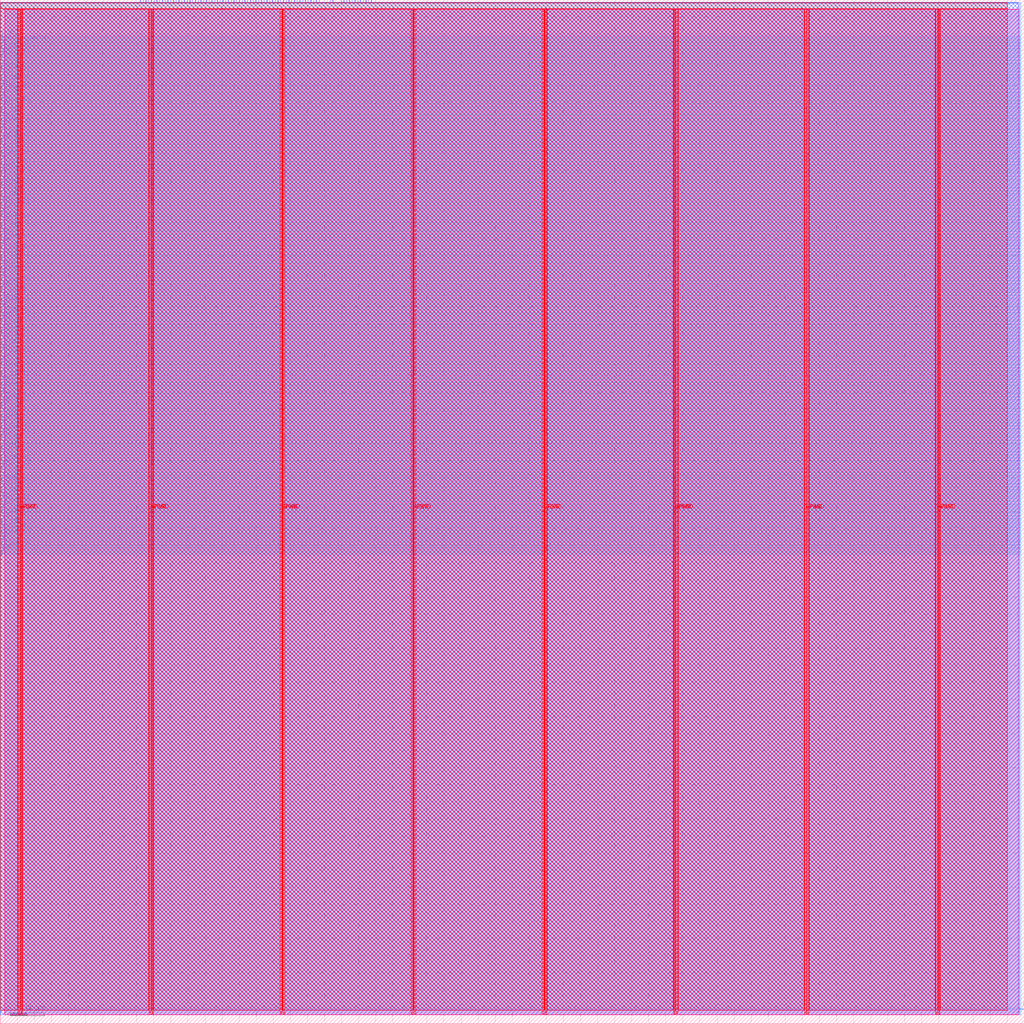
<source format=lef>
VERSION 5.7 ;
  NOWIREEXTENSIONATPIN ON ;
  DIVIDERCHAR "/" ;
  BUSBITCHARS "[]" ;
MACRO fpga
  CLASS BLOCK ;
  FOREIGN fpga ;
  ORIGIN 0.000 0.000 ;
  SIZE 1200.000 BY 1200.000 ;
  PIN VGND
    DIRECTION INOUT ;
    USE GROUND ;
    PORT
      LAYER met4 ;
        RECT 24.340 10.640 25.940 1188.880 ;
    END
    PORT
      LAYER met4 ;
        RECT 177.940 10.640 179.540 1188.880 ;
    END
    PORT
      LAYER met4 ;
        RECT 331.540 10.640 333.140 1188.880 ;
    END
    PORT
      LAYER met4 ;
        RECT 485.140 10.640 486.740 1188.880 ;
    END
    PORT
      LAYER met4 ;
        RECT 638.740 10.640 640.340 1188.880 ;
    END
    PORT
      LAYER met4 ;
        RECT 792.340 10.640 793.940 1188.880 ;
    END
    PORT
      LAYER met4 ;
        RECT 945.940 10.640 947.540 1188.880 ;
    END
    PORT
      LAYER met4 ;
        RECT 1099.540 10.640 1101.140 1188.880 ;
    END
  END VGND
  PIN VPWR
    DIRECTION INOUT ;
    USE POWER ;
    PORT
      LAYER met4 ;
        RECT 21.040 10.640 22.640 1188.880 ;
    END
    PORT
      LAYER met4 ;
        RECT 174.640 10.640 176.240 1188.880 ;
    END
    PORT
      LAYER met4 ;
        RECT 328.240 10.640 329.840 1188.880 ;
    END
    PORT
      LAYER met4 ;
        RECT 481.840 10.640 483.440 1188.880 ;
    END
    PORT
      LAYER met4 ;
        RECT 635.440 10.640 637.040 1188.880 ;
    END
    PORT
      LAYER met4 ;
        RECT 789.040 10.640 790.640 1188.880 ;
    END
    PORT
      LAYER met4 ;
        RECT 942.640 10.640 944.240 1188.880 ;
    END
    PORT
      LAYER met4 ;
        RECT 1096.240 10.640 1097.840 1188.880 ;
    END
  END VPWR
  PIN clk
    DIRECTION INPUT ;
    USE SIGNAL ;
    ANTENNAGATEAREA 1.286700 ;
    ANTENNADIFFAREA 0.434700 ;
    PORT
      LAYER met3 ;
        RECT 0.000 1156.040 4.000 1156.640 ;
    END
  END clk
  PIN config_data
    DIRECTION INPUT ;
    USE SIGNAL ;
    ANTENNAGATEAREA 0.647700 ;
    ANTENNADIFFAREA 0.434700 ;
    PORT
      LAYER met3 ;
        RECT 0.000 1149.240 4.000 1149.840 ;
    END
  END config_data
  PIN en
    DIRECTION INPUT ;
    USE SIGNAL ;
    ANTENNAGATEAREA 0.647700 ;
    ANTENNADIFFAREA 0.434700 ;
    PORT
      LAYER met3 ;
        RECT 0.000 1152.640 4.000 1153.240 ;
    END
  END en
  PIN io[0]
    DIRECTION INOUT ;
    USE SIGNAL ;
    ANTENNAGATEAREA 4.635600 ;
    ANTENNADIFFAREA 7.041600 ;
    PORT
      LAYER met3 ;
        RECT 0.000 1084.640 4.000 1085.240 ;
    END
  END io[0]
  PIN io[100]
    DIRECTION INOUT ;
    USE SIGNAL ;
    ANTENNAGATEAREA 3.075000 ;
    ANTENNADIFFAREA 5.737500 ;
    PORT
      LAYER met3 ;
        RECT 0.000 550.840 4.000 551.440 ;
    END
  END io[100]
  PIN io[101]
    DIRECTION INOUT ;
    USE SIGNAL ;
    ANTENNAGATEAREA 3.075000 ;
    ANTENNADIFFAREA 5.737500 ;
    PORT
      LAYER met3 ;
        RECT 0.000 853.440 4.000 854.040 ;
    END
  END io[101]
  PIN io[102]
    DIRECTION INOUT ;
    USE SIGNAL ;
    ANTENNAGATEAREA 3.075000 ;
    ANTENNADIFFAREA 5.737500 ;
    PORT
      LAYER met3 ;
        RECT 0.000 802.440 4.000 803.040 ;
    END
  END io[102]
  PIN io[103]
    DIRECTION INOUT ;
    USE SIGNAL ;
    ANTENNAGATEAREA 3.075000 ;
    ANTENNADIFFAREA 5.737500 ;
    PORT
      LAYER met3 ;
        RECT 0.000 873.840 4.000 874.440 ;
    END
  END io[103]
  PIN io[104]
    DIRECTION INOUT ;
    USE SIGNAL ;
    ANTENNAGATEAREA 3.075000 ;
    ANTENNADIFFAREA 5.737500 ;
    PORT
      LAYER met3 ;
        RECT 0.000 856.840 4.000 857.440 ;
    END
  END io[104]
  PIN io[105]
    DIRECTION INOUT ;
    USE SIGNAL ;
    ANTENNAGATEAREA 3.075000 ;
    ANTENNADIFFAREA 5.737500 ;
    PORT
      LAYER met3 ;
        RECT 0.000 561.040 4.000 561.640 ;
    END
  END io[105]
  PIN io[106]
    DIRECTION INOUT ;
    USE SIGNAL ;
    ANTENNAGATEAREA 3.075000 ;
    ANTENNADIFFAREA 5.737500 ;
    PORT
      LAYER met3 ;
        RECT 0.000 799.040 4.000 799.640 ;
    END
  END io[106]
  PIN io[107]
    DIRECTION INOUT ;
    USE SIGNAL ;
    ANTENNAGATEAREA 3.075000 ;
    ANTENNADIFFAREA 5.737500 ;
    PORT
      LAYER met3 ;
        RECT 0.000 618.840 4.000 619.440 ;
    END
  END io[107]
  PIN io[108]
    DIRECTION INOUT ;
    USE SIGNAL ;
    ANTENNAGATEAREA 3.075000 ;
    ANTENNADIFFAREA 5.737500 ;
    PORT
      LAYER met3 ;
        RECT 0.000 870.440 4.000 871.040 ;
    END
  END io[108]
  PIN io[109]
    DIRECTION INOUT ;
    USE SIGNAL ;
    ANTENNAGATEAREA 2.953500 ;
    ANTENNADIFFAREA 5.737500 ;
    PORT
      LAYER met3 ;
        RECT 0.000 826.240 4.000 826.840 ;
    END
  END io[109]
  PIN io[10]
    DIRECTION INOUT ;
    USE SIGNAL ;
    ANTENNAGATEAREA 4.635600 ;
    ANTENNADIFFAREA 7.041600 ;
    PORT
      LAYER met3 ;
        RECT 0.000 975.840 4.000 976.440 ;
    END
  END io[10]
  PIN io[110]
    DIRECTION INOUT ;
    USE SIGNAL ;
    ANTENNAGATEAREA 3.075000 ;
    ANTENNADIFFAREA 5.737500 ;
    PORT
      LAYER met3 ;
        RECT 0.000 877.240 4.000 877.840 ;
    END
  END io[110]
  PIN io[111]
    DIRECTION INOUT ;
    USE SIGNAL ;
    ANTENNAGATEAREA 3.075000 ;
    ANTENNADIFFAREA 5.737500 ;
    PORT
      LAYER met2 ;
        RECT 370.390 1196.000 370.670 1200.000 ;
    END
  END io[111]
  PIN io[112]
    DIRECTION INOUT ;
    USE SIGNAL ;
    ANTENNAGATEAREA 3.075000 ;
    ANTENNADIFFAREA 5.737500 ;
    PORT
      LAYER met2 ;
        RECT 363.950 1196.000 364.230 1200.000 ;
    END
  END io[112]
  PIN io[113]
    DIRECTION INOUT ;
    USE SIGNAL ;
    ANTENNAGATEAREA 3.075000 ;
    ANTENNADIFFAREA 5.737500 ;
    PORT
      LAYER met2 ;
        RECT 412.250 1196.000 412.530 1200.000 ;
    END
  END io[113]
  PIN io[114]
    DIRECTION INOUT ;
    USE SIGNAL ;
    ANTENNAGATEAREA 3.075000 ;
    ANTENNADIFFAREA 5.737500 ;
    PORT
      LAYER met2 ;
        RECT 347.850 1196.000 348.130 1200.000 ;
    END
  END io[114]
  PIN io[115]
    DIRECTION INOUT ;
    USE SIGNAL ;
    ANTENNAGATEAREA 3.075000 ;
    ANTENNADIFFAREA 5.737500 ;
    PORT
      LAYER met2 ;
        RECT 415.470 1196.000 415.750 1200.000 ;
    END
  END io[115]
  PIN io[116]
    DIRECTION INOUT ;
    USE SIGNAL ;
    ANTENNAGATEAREA 3.075000 ;
    ANTENNADIFFAREA 5.737500 ;
    PORT
      LAYER met2 ;
        RECT 351.070 1196.000 351.350 1200.000 ;
    END
  END io[116]
  PIN io[117]
    DIRECTION INOUT ;
    USE SIGNAL ;
    ANTENNAGATEAREA 3.075000 ;
    ANTENNADIFFAREA 5.737500 ;
    PORT
      LAYER met2 ;
        RECT 389.710 1196.000 389.990 1200.000 ;
    END
  END io[117]
  PIN io[118]
    DIRECTION INOUT ;
    USE SIGNAL ;
    ANTENNAGATEAREA 3.075000 ;
    ANTENNADIFFAREA 5.737500 ;
    PORT
      LAYER met2 ;
        RECT 354.290 1196.000 354.570 1200.000 ;
    END
  END io[118]
  PIN io[119]
    DIRECTION INOUT ;
    USE SIGNAL ;
    ANTENNAGATEAREA 3.075000 ;
    ANTENNADIFFAREA 5.737500 ;
    PORT
      LAYER met2 ;
        RECT 325.310 1196.000 325.590 1200.000 ;
    END
  END io[119]
  PIN io[11]
    DIRECTION INOUT ;
    USE SIGNAL ;
    ANTENNAGATEAREA 4.635600 ;
    ANTENNADIFFAREA 7.041600 ;
    PORT
      LAYER met3 ;
        RECT 0.000 1074.440 4.000 1075.040 ;
    END
  END io[11]
  PIN io[120]
    DIRECTION INOUT ;
    USE SIGNAL ;
    ANTENNAGATEAREA 3.075000 ;
    ANTENNADIFFAREA 5.737500 ;
    PORT
      LAYER met2 ;
        RECT 305.990 1196.000 306.270 1200.000 ;
    END
  END io[120]
  PIN io[121]
    DIRECTION INOUT ;
    USE SIGNAL ;
    ANTENNAGATEAREA 3.075000 ;
    ANTENNADIFFAREA 5.737500 ;
    PORT
      LAYER met2 ;
        RECT 280.230 1196.000 280.510 1200.000 ;
    END
  END io[121]
  PIN io[122]
    DIRECTION INOUT ;
    USE SIGNAL ;
    ANTENNAGATEAREA 3.075000 ;
    ANTENNADIFFAREA 5.737500 ;
    PORT
      LAYER met2 ;
        RECT 251.250 1196.000 251.530 1200.000 ;
    END
  END io[122]
  PIN io[123]
    DIRECTION INOUT ;
    USE SIGNAL ;
    ANTENNAGATEAREA 3.075000 ;
    ANTENNADIFFAREA 5.737500 ;
    PORT
      LAYER met2 ;
        RECT 215.830 1196.000 216.110 1200.000 ;
    END
  END io[123]
  PIN io[124]
    DIRECTION INOUT ;
    USE SIGNAL ;
    ANTENNAGATEAREA 2.953500 ;
    ANTENNADIFFAREA 5.737500 ;
    PORT
      LAYER met2 ;
        RECT 212.610 1196.000 212.890 1200.000 ;
    END
  END io[124]
  PIN io[125]
    DIRECTION INOUT ;
    USE SIGNAL ;
    ANTENNAGATEAREA 2.953500 ;
    ANTENNADIFFAREA 5.737500 ;
    PORT
      LAYER met2 ;
        RECT 209.390 1196.000 209.670 1200.000 ;
    END
  END io[125]
  PIN io[126]
    DIRECTION INOUT ;
    USE SIGNAL ;
    ANTENNAGATEAREA 2.953500 ;
    ANTENNADIFFAREA 5.737500 ;
    PORT
      LAYER met2 ;
        RECT 180.410 1196.000 180.690 1200.000 ;
    END
  END io[126]
  PIN io[127]
    DIRECTION INOUT ;
    USE SIGNAL ;
    ANTENNAGATEAREA 3.075000 ;
    ANTENNADIFFAREA 5.737500 ;
    PORT
      LAYER met2 ;
        RECT 167.530 1196.000 167.810 1200.000 ;
    END
  END io[127]
  PIN io[128]
    DIRECTION INOUT ;
    USE SIGNAL ;
    ANTENNAGATEAREA 2.986500 ;
    ANTENNADIFFAREA 5.737500 ;
    PORT
      LAYER met3 ;
        RECT 0.000 1050.640 4.000 1051.240 ;
    END
  END io[128]
  PIN io[129]
    DIRECTION INOUT ;
    USE SIGNAL ;
    ANTENNAGATEAREA 2.986500 ;
    ANTENNADIFFAREA 5.737500 ;
    PORT
      LAYER met2 ;
        RECT 170.750 1196.000 171.030 1200.000 ;
    END
  END io[129]
  PIN io[12]
    DIRECTION INOUT ;
    USE SIGNAL ;
    ANTENNAGATEAREA 5.000100 ;
    ANTENNADIFFAREA 7.041600 ;
    PORT
      LAYER met3 ;
        RECT 0.000 979.240 4.000 979.840 ;
    END
  END io[12]
  PIN io[130]
    DIRECTION INOUT ;
    USE SIGNAL ;
    ANTENNAGATEAREA 2.986500 ;
    ANTENNADIFFAREA 5.737500 ;
    PORT
      LAYER met2 ;
        RECT 183.630 1196.000 183.910 1200.000 ;
    END
  END io[130]
  PIN io[131]
    DIRECTION INOUT ;
    USE SIGNAL ;
    ANTENNAGATEAREA 2.986500 ;
    ANTENNADIFFAREA 5.737500 ;
    PORT
      LAYER met3 ;
        RECT 0.000 1016.640 4.000 1017.240 ;
    END
  END io[131]
  PIN io[132]
    DIRECTION INOUT ;
    USE SIGNAL ;
    ANTENNAGATEAREA 0.813000 ;
    ANTENNADIFFAREA 3.564000 ;
    PORT
      LAYER met3 ;
        RECT 0.000 1020.040 4.000 1020.640 ;
    END
  END io[132]
  PIN io[133]
    DIRECTION INOUT ;
    USE SIGNAL ;
    ANTENNAGATEAREA 2.986500 ;
    ANTENNADIFFAREA 5.737500 ;
    PORT
      LAYER met3 ;
        RECT 0.000 1023.440 4.000 1024.040 ;
    END
  END io[133]
  PIN io[134]
    DIRECTION INOUT ;
    USE SIGNAL ;
    ANTENNAGATEAREA 2.986500 ;
    ANTENNADIFFAREA 5.737500 ;
    PORT
      LAYER met3 ;
        RECT 0.000 1006.440 4.000 1007.040 ;
    END
  END io[134]
  PIN io[135]
    DIRECTION INOUT ;
    USE SIGNAL ;
    ANTENNAGATEAREA 2.986500 ;
    ANTENNADIFFAREA 5.737500 ;
    PORT
      LAYER met3 ;
        RECT 0.000 992.840 4.000 993.440 ;
    END
  END io[135]
  PIN io[136]
    DIRECTION INOUT ;
    USE SIGNAL ;
    ANTENNAGATEAREA 2.986500 ;
    ANTENNADIFFAREA 5.737500 ;
    PORT
      LAYER met3 ;
        RECT 0.000 1026.840 4.000 1027.440 ;
    END
  END io[136]
  PIN io[137]
    DIRECTION INOUT ;
    USE SIGNAL ;
    ANTENNAGATEAREA 2.986500 ;
    ANTENNADIFFAREA 5.737500 ;
    PORT
      LAYER met3 ;
        RECT 0.000 1077.840 4.000 1078.440 ;
    END
  END io[137]
  PIN io[138]
    DIRECTION INOUT ;
    USE SIGNAL ;
    ANTENNAGATEAREA 2.986500 ;
    ANTENNADIFFAREA 5.737500 ;
    PORT
      LAYER met3 ;
        RECT 0.000 938.440 4.000 939.040 ;
    END
  END io[138]
  PIN io[139]
    DIRECTION INOUT ;
    USE SIGNAL ;
    ANTENNAGATEAREA 2.986500 ;
    ANTENNADIFFAREA 5.737500 ;
    PORT
      LAYER met3 ;
        RECT 0.000 904.440 4.000 905.040 ;
    END
  END io[139]
  PIN io[13]
    DIRECTION INOUT ;
    USE SIGNAL ;
    ANTENNAGATEAREA 5.130600 ;
    ANTENNADIFFAREA 7.041600 ;
    PORT
      LAYER met3 ;
        RECT 0.000 1081.240 4.000 1081.840 ;
    END
  END io[13]
  PIN io[140]
    DIRECTION INOUT ;
    USE SIGNAL ;
    ANTENNAGATEAREA 2.986500 ;
    ANTENNADIFFAREA 5.737500 ;
    PORT
      LAYER met3 ;
        RECT 0.000 1115.240 4.000 1115.840 ;
    END
  END io[140]
  PIN io[141]
    DIRECTION INOUT ;
    USE SIGNAL ;
    ANTENNAGATEAREA 3.481500 ;
    ANTENNADIFFAREA 5.737500 ;
    PORT
      LAYER met3 ;
        RECT 0.000 901.040 4.000 901.640 ;
    END
  END io[141]
  PIN io[142]
    DIRECTION INOUT ;
    USE SIGNAL ;
    ANTENNAGATEAREA 2.986500 ;
    ANTENNADIFFAREA 5.737500 ;
    PORT
      LAYER met2 ;
        RECT 302.770 1196.000 303.050 1200.000 ;
    END
  END io[142]
  PIN io[143]
    DIRECTION INOUT ;
    USE SIGNAL ;
    ANTENNAGATEAREA 2.986500 ;
    ANTENNADIFFAREA 5.737500 ;
    PORT
      LAYER met2 ;
        RECT 225.490 1196.000 225.770 1200.000 ;
    END
  END io[143]
  PIN io[144]
    DIRECTION INOUT ;
    USE SIGNAL ;
    ANTENNAGATEAREA 2.986500 ;
    ANTENNADIFFAREA 5.737500 ;
    PORT
      LAYER met3 ;
        RECT 0.000 822.840 4.000 823.440 ;
    END
  END io[144]
  PIN io[145]
    DIRECTION INOUT ;
    USE SIGNAL ;
    ANTENNAGATEAREA 2.986500 ;
    ANTENNADIFFAREA 5.737500 ;
    PORT
      LAYER met3 ;
        RECT 0.000 867.040 4.000 867.640 ;
    END
  END io[145]
  PIN io[146]
    DIRECTION INOUT ;
    USE SIGNAL ;
    ANTENNAGATEAREA 2.986500 ;
    ANTENNADIFFAREA 5.737500 ;
    PORT
      LAYER met2 ;
        RECT 264.130 1196.000 264.410 1200.000 ;
    END
  END io[146]
  PIN io[147]
    DIRECTION INOUT ;
    USE SIGNAL ;
    ANTENNAGATEAREA 2.986500 ;
    ANTENNADIFFAREA 5.737500 ;
    PORT
      LAYER met3 ;
        RECT 0.000 1043.840 4.000 1044.440 ;
    END
  END io[147]
  PIN io[148]
    DIRECTION INOUT ;
    USE SIGNAL ;
    ANTENNAGATEAREA 2.986500 ;
    ANTENNADIFFAREA 5.737500 ;
    PORT
      LAYER met3 ;
        RECT 0.000 1111.840 4.000 1112.440 ;
    END
  END io[148]
  PIN io[149]
    DIRECTION INOUT ;
    USE SIGNAL ;
    ANTENNAGATEAREA 2.986500 ;
    ANTENNADIFFAREA 5.737500 ;
    PORT
      LAYER met3 ;
        RECT 0.000 1139.040 4.000 1139.640 ;
    END
  END io[149]
  PIN io[14]
    DIRECTION INOUT ;
    USE SIGNAL ;
    ANTENNAGATEAREA 4.635600 ;
    ANTENNADIFFAREA 7.041600 ;
    PORT
      LAYER met2 ;
        RECT 190.070 1196.000 190.350 1200.000 ;
    END
  END io[14]
  PIN io[150]
    DIRECTION INOUT ;
    USE SIGNAL ;
    ANTENNAGATEAREA 2.986500 ;
    ANTENNADIFFAREA 5.737500 ;
    PORT
      LAYER met3 ;
        RECT 0.000 805.840 4.000 806.440 ;
    END
  END io[150]
  PIN io[151]
    DIRECTION INOUT ;
    USE SIGNAL ;
    ANTENNAGATEAREA 2.986500 ;
    ANTENNADIFFAREA 5.737500 ;
    PORT
      LAYER met3 ;
        RECT 0.000 768.440 4.000 769.040 ;
    END
  END io[151]
  PIN io[152]
    DIRECTION INOUT ;
    USE SIGNAL ;
    ANTENNAGATEAREA 2.986500 ;
    ANTENNADIFFAREA 5.737500 ;
    PORT
      LAYER met3 ;
        RECT 0.000 608.640 4.000 609.240 ;
    END
  END io[152]
  PIN io[153]
    DIRECTION INOUT ;
    USE SIGNAL ;
    ANTENNAGATEAREA 2.986500 ;
    ANTENNADIFFAREA 5.737500 ;
    PORT
      LAYER met3 ;
        RECT 0.000 554.240 4.000 554.840 ;
    END
  END io[153]
  PIN io[154]
    DIRECTION INOUT ;
    USE SIGNAL ;
    ANTENNAGATEAREA 2.986500 ;
    ANTENNADIFFAREA 5.737500 ;
    PORT
      LAYER met3 ;
        RECT 0.000 669.840 4.000 670.440 ;
    END
  END io[154]
  PIN io[155]
    DIRECTION INOUT ;
    USE SIGNAL ;
    ANTENNAGATEAREA 2.986500 ;
    ANTENNADIFFAREA 5.737500 ;
    PORT
      LAYER met3 ;
        RECT 0.000 693.640 4.000 694.240 ;
    END
  END io[155]
  PIN io[156]
    DIRECTION INOUT ;
    USE SIGNAL ;
    ANTENNAGATEAREA 2.986500 ;
    ANTENNADIFFAREA 5.737500 ;
    PORT
      LAYER met3 ;
        RECT 0.000 697.040 4.000 697.640 ;
    END
  END io[156]
  PIN io[157]
    DIRECTION INOUT ;
    USE SIGNAL ;
    ANTENNAGATEAREA 2.986500 ;
    ANTENNADIFFAREA 5.737500 ;
    PORT
      LAYER met3 ;
        RECT 0.000 567.840 4.000 568.440 ;
    END
  END io[157]
  PIN io[158]
    DIRECTION INOUT ;
    USE SIGNAL ;
    ANTENNAGATEAREA 2.986500 ;
    ANTENNADIFFAREA 5.737500 ;
    PORT
      LAYER met3 ;
        RECT 0.000 700.440 4.000 701.040 ;
    END
  END io[158]
  PIN io[159]
    DIRECTION INOUT ;
    USE SIGNAL ;
    ANTENNAGATEAREA 2.986500 ;
    ANTENNADIFFAREA 5.737500 ;
    PORT
      LAYER met3 ;
        RECT 0.000 666.440 4.000 667.040 ;
    END
  END io[159]
  PIN io[15]
    DIRECTION INOUT ;
    USE SIGNAL ;
    ANTENNAGATEAREA 4.635600 ;
    ANTENNADIFFAREA 7.041600 ;
    PORT
      LAYER met3 ;
        RECT 0.000 955.440 4.000 956.040 ;
    END
  END io[15]
  PIN io[160]
    DIRECTION INOUT ;
    USE SIGNAL ;
    ANTENNAGATEAREA 2.986500 ;
    ANTENNADIFFAREA 5.737500 ;
    PORT
      LAYER met3 ;
        RECT 0.000 625.640 4.000 626.240 ;
    END
  END io[160]
  PIN io[161]
    DIRECTION INOUT ;
    USE SIGNAL ;
    ANTENNAGATEAREA 2.986500 ;
    ANTENNADIFFAREA 5.737500 ;
    PORT
      LAYER met3 ;
        RECT 0.000 792.240 4.000 792.840 ;
    END
  END io[161]
  PIN io[162]
    DIRECTION INOUT ;
    USE SIGNAL ;
    ANTENNAGATEAREA 2.986500 ;
    ANTENNADIFFAREA 5.737500 ;
    PORT
      LAYER met3 ;
        RECT 0.000 629.040 4.000 629.640 ;
    END
  END io[162]
  PIN io[163]
    DIRECTION INOUT ;
    USE SIGNAL ;
    ANTENNAGATEAREA 2.986500 ;
    ANTENNADIFFAREA 5.737500 ;
    PORT
      LAYER met3 ;
        RECT 0.000 839.840 4.000 840.440 ;
    END
  END io[163]
  PIN io[164]
    DIRECTION INOUT ;
    USE SIGNAL ;
    ANTENNAGATEAREA 2.986500 ;
    ANTENNADIFFAREA 5.737500 ;
    PORT
      LAYER met3 ;
        RECT 0.000 809.240 4.000 809.840 ;
    END
  END io[164]
  PIN io[165]
    DIRECTION INOUT ;
    USE SIGNAL ;
    ANTENNAGATEAREA 2.986500 ;
    ANTENNADIFFAREA 5.737500 ;
    PORT
      LAYER met3 ;
        RECT 0.000 850.040 4.000 850.640 ;
    END
  END io[165]
  PIN io[166]
    DIRECTION INOUT ;
    USE SIGNAL ;
    ANTENNAGATEAREA 2.986500 ;
    ANTENNADIFFAREA 5.737500 ;
    PORT
      LAYER met3 ;
        RECT 0.000 819.440 4.000 820.040 ;
    END
  END io[166]
  PIN io[167]
    DIRECTION INOUT ;
    USE SIGNAL ;
    ANTENNAGATEAREA 2.986500 ;
    ANTENNADIFFAREA 5.737500 ;
    PORT
      LAYER met3 ;
        RECT 0.000 1145.840 4.000 1146.440 ;
    END
  END io[167]
  PIN io[168]
    DIRECTION INOUT ;
    USE SIGNAL ;
    ANTENNAGATEAREA 2.986500 ;
    ANTENNADIFFAREA 5.737500 ;
    PORT
      LAYER met3 ;
        RECT 0.000 829.640 4.000 830.240 ;
    END
  END io[168]
  PIN io[169]
    DIRECTION INOUT ;
    USE SIGNAL ;
    ANTENNAGATEAREA 2.986500 ;
    ANTENNADIFFAREA 5.737500 ;
    PORT
      LAYER met3 ;
        RECT 0.000 731.040 4.000 731.640 ;
    END
  END io[169]
  PIN io[16]
    DIRECTION INOUT ;
    USE SIGNAL ;
    ANTENNAGATEAREA 4.635600 ;
    ANTENNADIFFAREA 7.041600 ;
    PORT
      LAYER met3 ;
        RECT 0.000 1088.040 4.000 1088.640 ;
    END
  END io[16]
  PIN io[170]
    DIRECTION INOUT ;
    USE SIGNAL ;
    ANTENNAGATEAREA 2.986500 ;
    ANTENNADIFFAREA 5.737500 ;
    PORT
      LAYER met3 ;
        RECT 0.000 557.640 4.000 558.240 ;
    END
  END io[170]
  PIN io[171]
    DIRECTION INOUT ;
    USE SIGNAL ;
    ANTENNAGATEAREA 2.986500 ;
    ANTENNADIFFAREA 5.737500 ;
    PORT
      LAYER met3 ;
        RECT 0.000 741.240 4.000 741.840 ;
    END
  END io[171]
  PIN io[172]
    DIRECTION INOUT ;
    USE SIGNAL ;
    ANTENNAGATEAREA 2.986500 ;
    ANTENNADIFFAREA 5.737500 ;
    PORT
      LAYER met3 ;
        RECT 0.000 836.440 4.000 837.040 ;
    END
  END io[172]
  PIN io[173]
    DIRECTION INOUT ;
    USE SIGNAL ;
    ANTENNAGATEAREA 2.986500 ;
    ANTENNADIFFAREA 5.737500 ;
    PORT
      LAYER met3 ;
        RECT 0.000 785.440 4.000 786.040 ;
    END
  END io[173]
  PIN io[174]
    DIRECTION INOUT ;
    USE SIGNAL ;
    ANTENNAGATEAREA 2.986500 ;
    ANTENNADIFFAREA 5.737500 ;
    PORT
      LAYER met3 ;
        RECT 0.000 860.240 4.000 860.840 ;
    END
  END io[174]
  PIN io[175]
    DIRECTION INOUT ;
    USE SIGNAL ;
    ANTENNAGATEAREA 2.986500 ;
    ANTENNADIFFAREA 5.737500 ;
    PORT
      LAYER met3 ;
        RECT 0.000 1135.640 4.000 1136.240 ;
    END
  END io[175]
  PIN io[176]
    DIRECTION INOUT ;
    USE SIGNAL ;
    ANTENNAGATEAREA 2.986500 ;
    ANTENNADIFFAREA 5.737500 ;
    PORT
      LAYER met2 ;
        RECT 367.170 1196.000 367.450 1200.000 ;
    END
  END io[176]
  PIN io[177]
    DIRECTION INOUT ;
    USE SIGNAL ;
    ANTENNAGATEAREA 2.986500 ;
    ANTENNADIFFAREA 5.737500 ;
    PORT
      LAYER met2 ;
        RECT 409.030 1196.000 409.310 1200.000 ;
    END
  END io[177]
  PIN io[178]
    DIRECTION INOUT ;
    USE SIGNAL ;
    ANTENNAGATEAREA 2.986500 ;
    ANTENNADIFFAREA 5.737500 ;
    PORT
      LAYER met2 ;
        RECT 373.610 1196.000 373.890 1200.000 ;
    END
  END io[178]
  PIN io[179]
    DIRECTION INOUT ;
    USE SIGNAL ;
    ANTENNAGATEAREA 2.986500 ;
    ANTENNADIFFAREA 5.737500 ;
    PORT
      LAYER met2 ;
        RECT 418.690 1196.000 418.970 1200.000 ;
    END
  END io[179]
  PIN io[17]
    DIRECTION INOUT ;
    USE SIGNAL ;
    ANTENNAGATEAREA 4.635600 ;
    ANTENNADIFFAREA 7.041600 ;
    PORT
      LAYER met3 ;
        RECT 0.000 1067.640 4.000 1068.240 ;
    END
  END io[17]
  PIN io[180]
    DIRECTION INOUT ;
    USE SIGNAL ;
    ANTENNAGATEAREA 2.986500 ;
    ANTENNADIFFAREA 5.737500 ;
    PORT
      LAYER met2 ;
        RECT 341.410 1196.000 341.690 1200.000 ;
    END
  END io[180]
  PIN io[181]
    DIRECTION INOUT ;
    USE SIGNAL ;
    ANTENNAGATEAREA 2.986500 ;
    ANTENNADIFFAREA 5.737500 ;
    PORT
      LAYER met2 ;
        RECT 386.490 1196.000 386.770 1200.000 ;
    END
  END io[181]
  PIN io[182]
    DIRECTION INOUT ;
    USE SIGNAL ;
    ANTENNAGATEAREA 2.986500 ;
    ANTENNADIFFAREA 5.737500 ;
    PORT
      LAYER met2 ;
        RECT 331.750 1196.000 332.030 1200.000 ;
    END
  END io[182]
  PIN io[183]
    DIRECTION INOUT ;
    USE SIGNAL ;
    ANTENNAGATEAREA 2.986500 ;
    ANTENNADIFFAREA 5.737500 ;
    PORT
      LAYER met2 ;
        RECT 322.090 1196.000 322.370 1200.000 ;
    END
  END io[183]
  PIN io[184]
    DIRECTION INOUT ;
    USE SIGNAL ;
    ANTENNAGATEAREA 2.986500 ;
    ANTENNADIFFAREA 5.737500 ;
    PORT
      LAYER met2 ;
        RECT 299.550 1196.000 299.830 1200.000 ;
    END
  END io[184]
  PIN io[185]
    DIRECTION INOUT ;
    USE SIGNAL ;
    ANTENNAGATEAREA 2.986500 ;
    ANTENNADIFFAREA 5.737500 ;
    PORT
      LAYER met2 ;
        RECT 277.010 1196.000 277.290 1200.000 ;
    END
  END io[185]
  PIN io[186]
    DIRECTION INOUT ;
    USE SIGNAL ;
    ANTENNAGATEAREA 2.986500 ;
    ANTENNADIFFAREA 5.737500 ;
    PORT
      LAYER met2 ;
        RECT 254.470 1196.000 254.750 1200.000 ;
    END
  END io[186]
  PIN io[187]
    DIRECTION INOUT ;
    USE SIGNAL ;
    ANTENNAGATEAREA 2.986500 ;
    ANTENNADIFFAREA 5.737500 ;
    PORT
      LAYER met2 ;
        RECT 244.810 1196.000 245.090 1200.000 ;
    END
  END io[187]
  PIN io[188]
    DIRECTION INOUT ;
    USE SIGNAL ;
    ANTENNAGATEAREA 2.986500 ;
    ANTENNADIFFAREA 5.737500 ;
    PORT
      LAYER met2 ;
        RECT 231.930 1196.000 232.210 1200.000 ;
    END
  END io[188]
  PIN io[189]
    DIRECTION INOUT ;
    USE SIGNAL ;
    ANTENNAGATEAREA 2.986500 ;
    ANTENNADIFFAREA 5.737500 ;
    PORT
      LAYER met2 ;
        RECT 222.270 1196.000 222.550 1200.000 ;
    END
  END io[189]
  PIN io[18]
    DIRECTION INOUT ;
    USE SIGNAL ;
    ANTENNAGATEAREA 4.635600 ;
    ANTENNADIFFAREA 7.041600 ;
    PORT
      LAYER met3 ;
        RECT 0.000 948.640 4.000 949.240 ;
    END
  END io[18]
  PIN io[190]
    DIRECTION INOUT ;
    USE SIGNAL ;
    ANTENNAGATEAREA 2.986500 ;
    ANTENNADIFFAREA 5.737500 ;
    PORT
      LAYER met2 ;
        RECT 177.190 1196.000 177.470 1200.000 ;
    END
  END io[190]
  PIN io[191]
    DIRECTION INOUT ;
    USE SIGNAL ;
    ANTENNAGATEAREA 2.986500 ;
    ANTENNADIFFAREA 5.737500 ;
    PORT
      LAYER met2 ;
        RECT 206.170 1196.000 206.450 1200.000 ;
    END
  END io[191]
  PIN io[192]
    DIRECTION INOUT ;
    USE SIGNAL ;
    ANTENNAGATEAREA 2.392800 ;
    ANTENNADIFFAREA 5.302800 ;
    PORT
      LAYER met3 ;
        RECT 0.000 965.640 4.000 966.240 ;
    END
  END io[192]
  PIN io[193]
    DIRECTION INOUT ;
    USE SIGNAL ;
    ANTENNAGATEAREA 4.635600 ;
    ANTENNADIFFAREA 7.041600 ;
    PORT
      LAYER met3 ;
        RECT 0.000 962.240 4.000 962.840 ;
    END
  END io[193]
  PIN io[194]
    DIRECTION INOUT ;
    USE SIGNAL ;
    ANTENNAGATEAREA 2.392800 ;
    ANTENNADIFFAREA 5.302800 ;
    PORT
      LAYER met3 ;
        RECT 0.000 1037.040 4.000 1037.640 ;
    END
  END io[194]
  PIN io[195]
    DIRECTION INOUT ;
    USE SIGNAL ;
    ANTENNAGATEAREA 4.635600 ;
    ANTENNADIFFAREA 7.041600 ;
    PORT
      LAYER met3 ;
        RECT 0.000 996.240 4.000 996.840 ;
    END
  END io[195]
  PIN io[196]
    DIRECTION INOUT ;
    USE SIGNAL ;
    ANTENNAGATEAREA 2.392800 ;
    ANTENNADIFFAREA 5.302800 ;
    PORT
      LAYER met3 ;
        RECT 0.000 989.440 4.000 990.040 ;
    END
  END io[196]
  PIN io[197]
    DIRECTION INOUT ;
    USE SIGNAL ;
    ANTENNAGATEAREA 4.635600 ;
    ANTENNADIFFAREA 7.041600 ;
    PORT
      LAYER met3 ;
        RECT 0.000 952.040 4.000 952.640 ;
    END
  END io[197]
  PIN io[198]
    DIRECTION INOUT ;
    USE SIGNAL ;
    ANTENNAGATEAREA 2.392800 ;
    ANTENNADIFFAREA 5.302800 ;
    PORT
      LAYER met3 ;
        RECT 0.000 1101.640 4.000 1102.240 ;
    END
  END io[198]
  PIN io[199]
    DIRECTION INOUT ;
    USE SIGNAL ;
    ANTENNAGATEAREA 4.635600 ;
    ANTENNADIFFAREA 7.041600 ;
    PORT
      LAYER met3 ;
        RECT 0.000 935.040 4.000 935.640 ;
    END
  END io[199]
  PIN io[19]
    DIRECTION INOUT ;
    USE SIGNAL ;
    ANTENNAGATEAREA 5.121600 ;
    ANTENNADIFFAREA 7.041600 ;
    PORT
      LAYER met3 ;
        RECT 0.000 1060.840 4.000 1061.440 ;
    END
  END io[19]
  PIN io[1]
    DIRECTION INOUT ;
    USE SIGNAL ;
    ANTENNAGATEAREA 4.635600 ;
    ANTENNADIFFAREA 7.041600 ;
    PORT
      LAYER met2 ;
        RECT 296.330 1196.000 296.610 1200.000 ;
    END
  END io[1]
  PIN io[200]
    DIRECTION INOUT ;
    USE SIGNAL ;
    ANTENNAGATEAREA 2.392800 ;
    ANTENNADIFFAREA 5.302800 ;
    PORT
      LAYER met3 ;
        RECT 0.000 982.640 4.000 983.240 ;
    END
  END io[200]
  PIN io[201]
    DIRECTION INOUT ;
    USE SIGNAL ;
    ANTENNAGATEAREA 4.635600 ;
    ANTENNADIFFAREA 7.041600 ;
    PORT
      LAYER met3 ;
        RECT 0.000 1091.440 4.000 1092.040 ;
    END
  END io[201]
  PIN io[202]
    DIRECTION INOUT ;
    USE SIGNAL ;
    ANTENNAGATEAREA 2.392800 ;
    ANTENNADIFFAREA 5.302800 ;
    PORT
      LAYER met3 ;
        RECT 0.000 1108.440 4.000 1109.040 ;
    END
  END io[202]
  PIN io[203]
    DIRECTION INOUT ;
    USE SIGNAL ;
    ANTENNAGATEAREA 4.635600 ;
    ANTENNADIFFAREA 7.041600 ;
    PORT
      LAYER met3 ;
        RECT 0.000 1094.840 4.000 1095.440 ;
    END
  END io[203]
  PIN io[204]
    DIRECTION INOUT ;
    USE SIGNAL ;
    ANTENNAGATEAREA 2.392800 ;
    ANTENNADIFFAREA 5.302800 ;
    PORT
      LAYER met3 ;
        RECT 0.000 918.040 4.000 918.640 ;
    END
  END io[204]
  PIN io[205]
    DIRECTION INOUT ;
    USE SIGNAL ;
    ANTENNAGATEAREA 5.070300 ;
    ANTENNADIFFAREA 7.476300 ;
    PORT
      LAYER met2 ;
        RECT 260.910 1196.000 261.190 1200.000 ;
    END
  END io[205]
  PIN io[206]
    DIRECTION INOUT ;
    USE SIGNAL ;
    ANTENNAGATEAREA 2.392800 ;
    ANTENNADIFFAREA 5.302800 ;
    PORT
      LAYER met2 ;
        RECT 257.690 1196.000 257.970 1200.000 ;
    END
  END io[206]
  PIN io[207]
    DIRECTION INOUT ;
    USE SIGNAL ;
    ANTENNAGATEAREA 4.635600 ;
    ANTENNADIFFAREA 7.041600 ;
    PORT
      LAYER met2 ;
        RECT 289.890 1196.000 290.170 1200.000 ;
    END
  END io[207]
  PIN io[208]
    DIRECTION INOUT ;
    USE SIGNAL ;
    ANTENNAGATEAREA 2.392800 ;
    ANTENNADIFFAREA 5.302800 ;
    PORT
      LAYER met3 ;
        RECT 0.000 884.040 4.000 884.640 ;
    END
  END io[208]
  PIN io[209]
    DIRECTION INOUT ;
    USE SIGNAL ;
    ANTENNAGATEAREA 4.635600 ;
    ANTENNADIFFAREA 7.041600 ;
    PORT
      LAYER met3 ;
        RECT 0.000 673.240 4.000 673.840 ;
    END
  END io[209]
  PIN io[20]
    DIRECTION INOUT ;
    USE SIGNAL ;
    ANTENNAGATEAREA 4.635600 ;
    ANTENNADIFFAREA 7.041600 ;
    PORT
      LAYER met3 ;
        RECT 0.000 945.240 4.000 945.840 ;
    END
  END io[20]
  PIN io[210]
    DIRECTION INOUT ;
    USE SIGNAL ;
    ANTENNAGATEAREA 2.392800 ;
    ANTENNADIFFAREA 5.302800 ;
    PORT
      LAYER met3 ;
        RECT 0.000 887.440 4.000 888.040 ;
    END
  END io[210]
  PIN io[211]
    DIRECTION INOUT ;
    USE SIGNAL ;
    ANTENNAGATEAREA 5.121600 ;
    ANTENNADIFFAREA 7.041600 ;
    PORT
      LAYER met3 ;
        RECT 0.000 748.040 4.000 748.640 ;
    END
  END io[211]
  PIN io[212]
    DIRECTION INOUT ;
    USE SIGNAL ;
    ANTENNAGATEAREA 2.392800 ;
    ANTENNADIFFAREA 5.302800 ;
    PORT
      LAYER met3 ;
        RECT 0.000 894.240 4.000 894.840 ;
    END
  END io[212]
  PIN io[213]
    DIRECTION INOUT ;
    USE SIGNAL ;
    ANTENNAGATEAREA 4.635600 ;
    ANTENNADIFFAREA 7.041600 ;
    PORT
      LAYER met3 ;
        RECT 0.000 724.240 4.000 724.840 ;
    END
  END io[213]
  PIN io[214]
    DIRECTION INOUT ;
    USE SIGNAL ;
    ANTENNAGATEAREA 2.392800 ;
    ANTENNADIFFAREA 5.302800 ;
    PORT
      LAYER met3 ;
        RECT 0.000 1142.440 4.000 1143.040 ;
    END
  END io[214]
  PIN io[215]
    DIRECTION INOUT ;
    USE SIGNAL ;
    ANTENNAGATEAREA 5.121600 ;
    ANTENNADIFFAREA 7.041600 ;
    PORT
      LAYER met3 ;
        RECT 0.000 690.240 4.000 690.840 ;
    END
  END io[215]
  PIN io[216]
    DIRECTION INOUT ;
    USE SIGNAL ;
    ANTENNAGATEAREA 2.392800 ;
    ANTENNADIFFAREA 5.302800 ;
    PORT
      LAYER met3 ;
        RECT 0.000 578.040 4.000 578.640 ;
    END
  END io[216]
  PIN io[217]
    DIRECTION INOUT ;
    USE SIGNAL ;
    ANTENNAGATEAREA 4.635600 ;
    ANTENNADIFFAREA 7.041600 ;
    PORT
      LAYER met3 ;
        RECT 0.000 646.040 4.000 646.640 ;
    END
  END io[217]
  PIN io[218]
    DIRECTION INOUT ;
    USE SIGNAL ;
    ANTENNAGATEAREA 2.392800 ;
    ANTENNADIFFAREA 5.302800 ;
    PORT
      LAYER met3 ;
        RECT 0.000 591.640 4.000 592.240 ;
    END
  END io[218]
  PIN io[219]
    DIRECTION INOUT ;
    USE SIGNAL ;
    ANTENNAGATEAREA 4.635600 ;
    ANTENNADIFFAREA 7.041600 ;
    PORT
      LAYER met3 ;
        RECT 0.000 652.840 4.000 653.440 ;
    END
  END io[219]
  PIN io[21]
    DIRECTION INOUT ;
    USE SIGNAL ;
    ANTENNAGATEAREA 4.635600 ;
    ANTENNADIFFAREA 7.041600 ;
    PORT
      LAYER met3 ;
        RECT 0.000 1064.240 4.000 1064.840 ;
    END
  END io[21]
  PIN io[220]
    DIRECTION INOUT ;
    USE SIGNAL ;
    ANTENNAGATEAREA 2.392800 ;
    ANTENNADIFFAREA 5.302800 ;
    PORT
      LAYER met3 ;
        RECT 0.000 601.840 4.000 602.440 ;
    END
  END io[220]
  PIN io[221]
    DIRECTION INOUT ;
    USE SIGNAL ;
    ANTENNAGATEAREA 4.635600 ;
    ANTENNADIFFAREA 7.041600 ;
    PORT
      LAYER met3 ;
        RECT 0.000 598.440 4.000 599.040 ;
    END
  END io[221]
  PIN io[222]
    DIRECTION INOUT ;
    USE SIGNAL ;
    ANTENNAGATEAREA 2.392800 ;
    ANTENNADIFFAREA 5.302800 ;
    PORT
      LAYER met3 ;
        RECT 0.000 744.640 4.000 745.240 ;
    END
  END io[222]
  PIN io[223]
    DIRECTION INOUT ;
    USE SIGNAL ;
    ANTENNAGATEAREA 4.635600 ;
    ANTENNADIFFAREA 7.041600 ;
    PORT
      LAYER met3 ;
        RECT 0.000 656.240 4.000 656.840 ;
    END
  END io[223]
  PIN io[224]
    DIRECTION INOUT ;
    USE SIGNAL ;
    ANTENNAGATEAREA 2.392800 ;
    ANTENNADIFFAREA 5.302800 ;
    PORT
      LAYER met3 ;
        RECT 0.000 758.240 4.000 758.840 ;
    END
  END io[224]
  PIN io[225]
    DIRECTION INOUT ;
    USE SIGNAL ;
    ANTENNAGATEAREA 4.635600 ;
    ANTENNADIFFAREA 7.041600 ;
    PORT
      LAYER met3 ;
        RECT 0.000 778.640 4.000 779.240 ;
    END
  END io[225]
  PIN io[226]
    DIRECTION INOUT ;
    USE SIGNAL ;
    ANTENNAGATEAREA 2.392800 ;
    ANTENNADIFFAREA 5.302800 ;
    PORT
      LAYER met3 ;
        RECT 0.000 612.040 4.000 612.640 ;
    END
  END io[226]
  PIN io[227]
    DIRECTION INOUT ;
    USE SIGNAL ;
    ANTENNAGATEAREA 4.635600 ;
    ANTENNADIFFAREA 7.041600 ;
    PORT
      LAYER met3 ;
        RECT 0.000 782.040 4.000 782.640 ;
    END
  END io[227]
  PIN io[228]
    DIRECTION INOUT ;
    USE SIGNAL ;
    ANTENNAGATEAREA 2.392800 ;
    ANTENNADIFFAREA 5.302800 ;
    PORT
      LAYER met3 ;
        RECT 0.000 775.240 4.000 775.840 ;
    END
  END io[228]
  PIN io[229]
    DIRECTION INOUT ;
    USE SIGNAL ;
    ANTENNAGATEAREA 4.635600 ;
    ANTENNADIFFAREA 7.041600 ;
    PORT
      LAYER met3 ;
        RECT 0.000 751.440 4.000 752.040 ;
    END
  END io[229]
  PIN io[22]
    DIRECTION INOUT ;
    USE SIGNAL ;
    ANTENNAGATEAREA 4.635600 ;
    ANTENNADIFFAREA 7.041600 ;
    PORT
      LAYER met3 ;
        RECT 0.000 1098.240 4.000 1098.840 ;
    END
  END io[22]
  PIN io[230]
    DIRECTION INOUT ;
    USE SIGNAL ;
    ANTENNAGATEAREA 2.392800 ;
    ANTENNADIFFAREA 5.302800 ;
    PORT
      LAYER met3 ;
        RECT 0.000 588.240 4.000 588.840 ;
    END
  END io[230]
  PIN io[231]
    DIRECTION INOUT ;
    USE SIGNAL ;
    ANTENNAGATEAREA 4.635600 ;
    ANTENNADIFFAREA 7.041600 ;
    PORT
      LAYER met3 ;
        RECT 0.000 788.840 4.000 789.440 ;
    END
  END io[231]
  PIN io[232]
    DIRECTION INOUT ;
    USE SIGNAL ;
    ANTENNAGATEAREA 2.392800 ;
    ANTENNADIFFAREA 5.302800 ;
    PORT
      LAYER met3 ;
        RECT 0.000 761.640 4.000 762.240 ;
    END
  END io[232]
  PIN io[233]
    DIRECTION INOUT ;
    USE SIGNAL ;
    ANTENNAGATEAREA 4.635600 ;
    ANTENNADIFFAREA 7.041600 ;
    PORT
      LAYER met3 ;
        RECT 0.000 754.840 4.000 755.440 ;
    END
  END io[233]
  PIN io[234]
    DIRECTION INOUT ;
    USE SIGNAL ;
    ANTENNAGATEAREA 2.392800 ;
    ANTENNADIFFAREA 5.302800 ;
    PORT
      LAYER met3 ;
        RECT 0.000 663.040 4.000 663.640 ;
    END
  END io[234]
  PIN io[235]
    DIRECTION INOUT ;
    USE SIGNAL ;
    ANTENNAGATEAREA 4.635600 ;
    ANTENNADIFFAREA 7.041600 ;
    PORT
      LAYER met3 ;
        RECT 0.000 714.040 4.000 714.640 ;
    END
  END io[235]
  PIN io[236]
    DIRECTION INOUT ;
    USE SIGNAL ;
    ANTENNAGATEAREA 2.392800 ;
    ANTENNADIFFAREA 5.302800 ;
    PORT
      LAYER met3 ;
        RECT 0.000 833.040 4.000 833.640 ;
    END
  END io[236]
  PIN io[237]
    DIRECTION INOUT ;
    USE SIGNAL ;
    ANTENNAGATEAREA 4.635600 ;
    ANTENNADIFFAREA 7.041600 ;
    PORT
      LAYER met3 ;
        RECT 0.000 571.240 4.000 571.840 ;
    END
  END io[237]
  PIN io[238]
    DIRECTION INOUT ;
    USE SIGNAL ;
    ANTENNAGATEAREA 2.392800 ;
    ANTENNADIFFAREA 5.302800 ;
    PORT
      LAYER met3 ;
        RECT 0.000 846.640 4.000 847.240 ;
    END
  END io[238]
  PIN io[239]
    DIRECTION INOUT ;
    USE SIGNAL ;
    ANTENNAGATEAREA 4.635600 ;
    ANTENNADIFFAREA 7.041600 ;
    PORT
      LAYER met3 ;
        RECT 0.000 659.640 4.000 660.240 ;
    END
  END io[239]
  PIN io[23]
    DIRECTION INOUT ;
    USE SIGNAL ;
    ANTENNAGATEAREA 5.121600 ;
    ANTENNADIFFAREA 7.041600 ;
    PORT
      LAYER met3 ;
        RECT 0.000 1071.040 4.000 1071.640 ;
    END
  END io[23]
  PIN io[240]
    DIRECTION INOUT ;
    USE SIGNAL ;
    ANTENNAGATEAREA 2.392800 ;
    ANTENNADIFFAREA 5.302800 ;
    PORT
      LAYER met2 ;
        RECT 344.630 1196.000 344.910 1200.000 ;
    END
  END io[240]
  PIN io[241]
    DIRECTION INOUT ;
    USE SIGNAL ;
    ANTENNAGATEAREA 4.635600 ;
    ANTENNADIFFAREA 7.041600 ;
    PORT
      LAYER met2 ;
        RECT 434.790 1196.000 435.070 1200.000 ;
    END
  END io[241]
  PIN io[242]
    DIRECTION INOUT ;
    USE SIGNAL ;
    ANTENNAGATEAREA 2.392800 ;
    ANTENNADIFFAREA 5.302800 ;
    PORT
      LAYER met2 ;
        RECT 334.970 1196.000 335.250 1200.000 ;
    END
  END io[242]
  PIN io[243]
    DIRECTION INOUT ;
    USE SIGNAL ;
    ANTENNAGATEAREA 4.635600 ;
    ANTENNADIFFAREA 7.041600 ;
    PORT
      LAYER met2 ;
        RECT 431.570 1196.000 431.850 1200.000 ;
    END
  END io[243]
  PIN io[244]
    DIRECTION INOUT ;
    USE SIGNAL ;
    ANTENNAGATEAREA 2.392800 ;
    ANTENNADIFFAREA 5.302800 ;
    PORT
      LAYER met2 ;
        RECT 338.190 1196.000 338.470 1200.000 ;
    END
  END io[244]
  PIN io[245]
    DIRECTION INOUT ;
    USE SIGNAL ;
    ANTENNAGATEAREA 4.635600 ;
    ANTENNADIFFAREA 7.041600 ;
    PORT
      LAYER met2 ;
        RECT 428.350 1196.000 428.630 1200.000 ;
    END
  END io[245]
  PIN io[246]
    DIRECTION INOUT ;
    USE SIGNAL ;
    ANTENNAGATEAREA 2.392800 ;
    ANTENNADIFFAREA 5.302800 ;
    PORT
      LAYER met2 ;
        RECT 328.530 1196.000 328.810 1200.000 ;
    END
  END io[246]
  PIN io[247]
    DIRECTION INOUT ;
    USE SIGNAL ;
    ANTENNAGATEAREA 4.635600 ;
    ANTENNADIFFAREA 7.041600 ;
    PORT
      LAYER met2 ;
        RECT 425.130 1196.000 425.410 1200.000 ;
    END
  END io[247]
  PIN io[248]
    DIRECTION INOUT ;
    USE SIGNAL ;
    ANTENNAGATEAREA 2.392800 ;
    ANTENNADIFFAREA 5.302800 ;
    PORT
      LAYER met2 ;
        RECT 283.450 1196.000 283.730 1200.000 ;
    END
  END io[248]
  PIN io[249]
    DIRECTION INOUT ;
    USE SIGNAL ;
    ANTENNAGATEAREA 4.635600 ;
    ANTENNADIFFAREA 7.041600 ;
    PORT
      LAYER met2 ;
        RECT 293.110 1196.000 293.390 1200.000 ;
    END
  END io[249]
  PIN io[24]
    DIRECTION INOUT ;
    USE SIGNAL ;
    ANTENNAGATEAREA 4.635600 ;
    ANTENNADIFFAREA 7.041600 ;
    PORT
      LAYER met3 ;
        RECT 0.000 1105.040 4.000 1105.640 ;
    END
  END io[24]
  PIN io[250]
    DIRECTION INOUT ;
    USE SIGNAL ;
    ANTENNAGATEAREA 2.392800 ;
    ANTENNADIFFAREA 5.302800 ;
    PORT
      LAYER met2 ;
        RECT 273.790 1196.000 274.070 1200.000 ;
    END
  END io[250]
  PIN io[251]
    DIRECTION INOUT ;
    USE SIGNAL ;
    ANTENNAGATEAREA 4.635600 ;
    ANTENNADIFFAREA 7.041600 ;
    PORT
      LAYER met2 ;
        RECT 267.350 1196.000 267.630 1200.000 ;
    END
  END io[251]
  PIN io[252]
    DIRECTION INOUT ;
    USE SIGNAL ;
    ANTENNAGATEAREA 2.392800 ;
    ANTENNADIFFAREA 5.302800 ;
    PORT
      LAYER met2 ;
        RECT 248.030 1196.000 248.310 1200.000 ;
    END
  END io[252]
  PIN io[253]
    DIRECTION INOUT ;
    USE SIGNAL ;
    ANTENNAGATEAREA 4.635600 ;
    ANTENNADIFFAREA 7.041600 ;
    PORT
      LAYER met2 ;
        RECT 270.570 1196.000 270.850 1200.000 ;
    END
  END io[253]
  PIN io[254]
    DIRECTION INOUT ;
    USE SIGNAL ;
    ANTENNAGATEAREA 2.392800 ;
    ANTENNADIFFAREA 5.302800 ;
    PORT
      LAYER met2 ;
        RECT 186.850 1196.000 187.130 1200.000 ;
    END
  END io[254]
  PIN io[255]
    DIRECTION INOUT ;
    USE SIGNAL ;
    ANTENNAGATEAREA 4.635600 ;
    ANTENNADIFFAREA 7.041600 ;
    PORT
      LAYER met2 ;
        RECT 241.590 1196.000 241.870 1200.000 ;
    END
  END io[255]
  PIN io[25]
    DIRECTION INOUT ;
    USE SIGNAL ;
    ANTENNAGATEAREA 4.635600 ;
    ANTENNADIFFAREA 7.041600 ;
    PORT
      LAYER met3 ;
        RECT 0.000 649.440 4.000 650.040 ;
    END
  END io[25]
  PIN io[26]
    DIRECTION INOUT ;
    USE SIGNAL ;
    ANTENNAGATEAREA 4.635600 ;
    ANTENNADIFFAREA 7.041600 ;
    PORT
      LAYER met3 ;
        RECT 0.000 574.640 4.000 575.240 ;
    END
  END io[26]
  PIN io[27]
    DIRECTION INOUT ;
    USE SIGNAL ;
    ANTENNAGATEAREA 4.635600 ;
    ANTENNADIFFAREA 7.041600 ;
    PORT
      LAYER met3 ;
        RECT 0.000 615.440 4.000 616.040 ;
    END
  END io[27]
  PIN io[28]
    DIRECTION INOUT ;
    USE SIGNAL ;
    ANTENNAGATEAREA 4.635600 ;
    ANTENNADIFFAREA 7.041600 ;
    PORT
      LAYER met3 ;
        RECT 0.000 717.440 4.000 718.040 ;
    END
  END io[28]
  PIN io[29]
    DIRECTION INOUT ;
    USE SIGNAL ;
    ANTENNAGATEAREA 4.635600 ;
    ANTENNADIFFAREA 7.041600 ;
    PORT
      LAYER met3 ;
        RECT 0.000 686.840 4.000 687.440 ;
    END
  END io[29]
  PIN io[2]
    DIRECTION INOUT ;
    USE SIGNAL ;
    ANTENNAGATEAREA 4.635600 ;
    ANTENNADIFFAREA 7.041600 ;
    PORT
      LAYER met3 ;
        RECT 0.000 1047.240 4.000 1047.840 ;
    END
  END io[2]
  PIN io[30]
    DIRECTION INOUT ;
    USE SIGNAL ;
    ANTENNAGATEAREA 4.635600 ;
    ANTENNADIFFAREA 7.041600 ;
    PORT
      LAYER met3 ;
        RECT 0.000 720.840 4.000 721.440 ;
    END
  END io[30]
  PIN io[31]
    DIRECTION INOUT ;
    USE SIGNAL ;
    ANTENNAGATEAREA 4.635600 ;
    ANTENNADIFFAREA 7.041600 ;
    PORT
      LAYER met3 ;
        RECT 0.000 639.240 4.000 639.840 ;
    END
  END io[31]
  PIN io[32]
    DIRECTION INOUT ;
    USE SIGNAL ;
    ANTENNAGATEAREA 4.635600 ;
    ANTENNADIFFAREA 7.041600 ;
    PORT
      LAYER met3 ;
        RECT 0.000 581.440 4.000 582.040 ;
    END
  END io[32]
  PIN io[33]
    DIRECTION INOUT ;
    USE SIGNAL ;
    ANTENNAGATEAREA 4.635600 ;
    ANTENNADIFFAREA 7.041600 ;
    PORT
      LAYER met3 ;
        RECT 0.000 1125.440 4.000 1126.040 ;
    END
  END io[33]
  PIN io[34]
    DIRECTION INOUT ;
    USE SIGNAL ;
    ANTENNAGATEAREA 4.635600 ;
    ANTENNADIFFAREA 7.041600 ;
    PORT
      LAYER met3 ;
        RECT 0.000 642.640 4.000 643.240 ;
    END
  END io[34]
  PIN io[35]
    DIRECTION INOUT ;
    USE SIGNAL ;
    ANTENNAGATEAREA 4.635600 ;
    ANTENNADIFFAREA 7.041600 ;
    PORT
      LAYER met3 ;
        RECT 0.000 914.640 4.000 915.240 ;
    END
  END io[35]
  PIN io[36]
    DIRECTION INOUT ;
    USE SIGNAL ;
    ANTENNAGATEAREA 5.000100 ;
    ANTENNADIFFAREA 7.041600 ;
    PORT
      LAYER met3 ;
        RECT 0.000 595.040 4.000 595.640 ;
    END
  END io[36]
  PIN io[37]
    DIRECTION INOUT ;
    USE SIGNAL ;
    ANTENNAGATEAREA 4.635600 ;
    ANTENNADIFFAREA 7.041600 ;
    PORT
      LAYER met3 ;
        RECT 0.000 911.240 4.000 911.840 ;
    END
  END io[37]
  PIN io[38]
    DIRECTION INOUT ;
    USE SIGNAL ;
    ANTENNAGATEAREA 4.635600 ;
    ANTENNADIFFAREA 7.041600 ;
    PORT
      LAYER met3 ;
        RECT 0.000 676.640 4.000 677.240 ;
    END
  END io[38]
  PIN io[39]
    DIRECTION INOUT ;
    USE SIGNAL ;
    ANTENNAGATEAREA 4.635600 ;
    ANTENNADIFFAREA 7.041600 ;
    PORT
      LAYER met3 ;
        RECT 0.000 907.840 4.000 908.440 ;
    END
  END io[39]
  PIN io[3]
    DIRECTION INOUT ;
    USE SIGNAL ;
    ANTENNAGATEAREA 4.635600 ;
    ANTENNADIFFAREA 7.041600 ;
    PORT
      LAYER met2 ;
        RECT 196.510 1196.000 196.790 1200.000 ;
    END
  END io[3]
  PIN io[40]
    DIRECTION INOUT ;
    USE SIGNAL ;
    ANTENNAGATEAREA 4.635600 ;
    ANTENNADIFFAREA 7.041600 ;
    PORT
      LAYER met3 ;
        RECT 0.000 1118.640 4.000 1119.240 ;
    END
  END io[40]
  PIN io[41]
    DIRECTION INOUT ;
    USE SIGNAL ;
    ANTENNAGATEAREA 4.635600 ;
    ANTENNADIFFAREA 7.041600 ;
    PORT
      LAYER met3 ;
        RECT 0.000 584.840 4.000 585.440 ;
    END
  END io[41]
  PIN io[42]
    DIRECTION INOUT ;
    USE SIGNAL ;
    ANTENNAGATEAREA 4.635600 ;
    ANTENNADIFFAREA 7.041600 ;
    PORT
      LAYER met3 ;
        RECT 0.000 1132.240 4.000 1132.840 ;
    END
  END io[42]
  PIN io[43]
    DIRECTION INOUT ;
    USE SIGNAL ;
    ANTENNAGATEAREA 4.635600 ;
    ANTENNADIFFAREA 7.041600 ;
    PORT
      LAYER met3 ;
        RECT 0.000 710.640 4.000 711.240 ;
    END
  END io[43]
  PIN io[44]
    DIRECTION INOUT ;
    USE SIGNAL ;
    ANTENNAGATEAREA 5.000100 ;
    ANTENNADIFFAREA 7.041600 ;
    PORT
      LAYER met3 ;
        RECT 0.000 890.840 4.000 891.440 ;
    END
  END io[44]
  PIN io[45]
    DIRECTION INOUT ;
    USE SIGNAL ;
    ANTENNAGATEAREA 4.635600 ;
    ANTENNADIFFAREA 7.041600 ;
    PORT
      LAYER met3 ;
        RECT 0.000 635.840 4.000 636.440 ;
    END
  END io[45]
  PIN io[46]
    DIRECTION INOUT ;
    USE SIGNAL ;
    ANTENNAGATEAREA 4.635600 ;
    ANTENNADIFFAREA 7.041600 ;
    PORT
      LAYER met3 ;
        RECT 0.000 897.640 4.000 898.240 ;
    END
  END io[46]
  PIN io[47]
    DIRECTION INOUT ;
    USE SIGNAL ;
    ANTENNAGATEAREA 4.635600 ;
    ANTENNADIFFAREA 7.041600 ;
    PORT
      LAYER met3 ;
        RECT 0.000 707.240 4.000 707.840 ;
    END
  END io[47]
  PIN io[48]
    DIRECTION INOUT ;
    USE SIGNAL ;
    ANTENNAGATEAREA 4.635600 ;
    ANTENNADIFFAREA 7.041600 ;
    PORT
      LAYER met2 ;
        RECT 360.730 1196.000 361.010 1200.000 ;
    END
  END io[48]
  PIN io[49]
    DIRECTION INOUT ;
    USE SIGNAL ;
    ANTENNAGATEAREA 4.635600 ;
    ANTENNADIFFAREA 7.041600 ;
    PORT
      LAYER met2 ;
        RECT 421.910 1196.000 422.190 1200.000 ;
    END
  END io[49]
  PIN io[4]
    DIRECTION INOUT ;
    USE SIGNAL ;
    ANTENNAGATEAREA 5.000100 ;
    ANTENNADIFFAREA 7.041600 ;
    PORT
      LAYER met3 ;
        RECT 0.000 1040.440 4.000 1041.040 ;
    END
  END io[4]
  PIN io[50]
    DIRECTION INOUT ;
    USE SIGNAL ;
    ANTENNAGATEAREA 4.635600 ;
    ANTENNADIFFAREA 7.041600 ;
    PORT
      LAYER met2 ;
        RECT 357.510 1196.000 357.790 1200.000 ;
    END
  END io[50]
  PIN io[51]
    DIRECTION INOUT ;
    USE SIGNAL ;
    ANTENNAGATEAREA 4.635600 ;
    ANTENNADIFFAREA 7.041600 ;
    PORT
      LAYER met2 ;
        RECT 405.810 1196.000 406.090 1200.000 ;
    END
  END io[51]
  PIN io[52]
    DIRECTION INOUT ;
    USE SIGNAL ;
    ANTENNAGATEAREA 5.000100 ;
    ANTENNADIFFAREA 7.041600 ;
    PORT
      LAYER met2 ;
        RECT 318.870 1196.000 319.150 1200.000 ;
    END
  END io[52]
  PIN io[53]
    DIRECTION INOUT ;
    USE SIGNAL ;
    ANTENNAGATEAREA 4.635600 ;
    ANTENNADIFFAREA 7.041600 ;
    PORT
      LAYER met2 ;
        RECT 402.590 1196.000 402.870 1200.000 ;
    END
  END io[53]
  PIN io[54]
    DIRECTION INOUT ;
    USE SIGNAL ;
    ANTENNAGATEAREA 4.635600 ;
    ANTENNADIFFAREA 7.041600 ;
    PORT
      LAYER met2 ;
        RECT 315.650 1196.000 315.930 1200.000 ;
    END
  END io[54]
  PIN io[55]
    DIRECTION INOUT ;
    USE SIGNAL ;
    ANTENNAGATEAREA 4.635600 ;
    ANTENNADIFFAREA 7.041600 ;
    PORT
      LAYER met2 ;
        RECT 399.370 1196.000 399.650 1200.000 ;
    END
  END io[55]
  PIN io[56]
    DIRECTION INOUT ;
    USE SIGNAL ;
    ANTENNAGATEAREA 4.635600 ;
    ANTENNADIFFAREA 7.041600 ;
    PORT
      LAYER met2 ;
        RECT 199.730 1196.000 200.010 1200.000 ;
    END
  END io[56]
  PIN io[57]
    DIRECTION INOUT ;
    USE SIGNAL ;
    ANTENNAGATEAREA 4.635600 ;
    ANTENNADIFFAREA 7.041600 ;
    PORT
      LAYER met2 ;
        RECT 286.670 1196.000 286.950 1200.000 ;
    END
  END io[57]
  PIN io[58]
    DIRECTION INOUT ;
    USE SIGNAL ;
    ANTENNAGATEAREA 4.635600 ;
    ANTENNADIFFAREA 7.041600 ;
    PORT
      LAYER met2 ;
        RECT 228.710 1196.000 228.990 1200.000 ;
    END
  END io[58]
  PIN io[59]
    DIRECTION INOUT ;
    USE SIGNAL ;
    ANTENNAGATEAREA 4.635600 ;
    ANTENNADIFFAREA 7.041600 ;
    PORT
      LAYER met2 ;
        RECT 238.370 1196.000 238.650 1200.000 ;
    END
  END io[59]
  PIN io[5]
    DIRECTION INOUT ;
    USE SIGNAL ;
    ANTENNAGATEAREA 4.635600 ;
    ANTENNADIFFAREA 7.041600 ;
    PORT
      LAYER met3 ;
        RECT 0.000 1054.040 4.000 1054.640 ;
    END
  END io[5]
  PIN io[60]
    DIRECTION INOUT ;
    USE SIGNAL ;
    ANTENNAGATEAREA 5.000100 ;
    ANTENNADIFFAREA 7.041600 ;
    PORT
      LAYER met2 ;
        RECT 193.290 1196.000 193.570 1200.000 ;
    END
  END io[60]
  PIN io[61]
    DIRECTION INOUT ;
    USE SIGNAL ;
    ANTENNAGATEAREA 4.635600 ;
    ANTENNADIFFAREA 7.041600 ;
    PORT
      LAYER met2 ;
        RECT 235.150 1196.000 235.430 1200.000 ;
    END
  END io[61]
  PIN io[62]
    DIRECTION INOUT ;
    USE SIGNAL ;
    ANTENNAGATEAREA 4.635600 ;
    ANTENNADIFFAREA 7.041600 ;
    PORT
      LAYER met2 ;
        RECT 202.950 1196.000 203.230 1200.000 ;
    END
  END io[62]
  PIN io[63]
    DIRECTION INOUT ;
    USE SIGNAL ;
    ANTENNAGATEAREA 4.635600 ;
    ANTENNADIFFAREA 7.041600 ;
    PORT
      LAYER met2 ;
        RECT 219.050 1196.000 219.330 1200.000 ;
    END
  END io[63]
  PIN io[64]
    DIRECTION INOUT ;
    USE SIGNAL ;
    ANTENNAGATEAREA 3.075000 ;
    ANTENNADIFFAREA 5.737500 ;
    PORT
      LAYER met3 ;
        RECT 0.000 1009.840 4.000 1010.440 ;
    END
  END io[64]
  PIN io[65]
    DIRECTION INOUT ;
    USE SIGNAL ;
    ANTENNAGATEAREA 2.953500 ;
    ANTENNADIFFAREA 5.737500 ;
    PORT
      LAYER met2 ;
        RECT 312.430 1196.000 312.710 1200.000 ;
    END
  END io[65]
  PIN io[66]
    DIRECTION INOUT ;
    USE SIGNAL ;
    ANTENNAGATEAREA 3.075000 ;
    ANTENNADIFFAREA 5.737500 ;
    PORT
      LAYER met2 ;
        RECT 309.210 1196.000 309.490 1200.000 ;
    END
  END io[66]
  PIN io[67]
    DIRECTION INOUT ;
    USE SIGNAL ;
    ANTENNAGATEAREA 3.075000 ;
    ANTENNADIFFAREA 5.737500 ;
    PORT
      LAYER met2 ;
        RECT 173.970 1196.000 174.250 1200.000 ;
    END
  END io[67]
  PIN io[68]
    DIRECTION INOUT ;
    USE SIGNAL ;
    ANTENNAGATEAREA 3.075000 ;
    ANTENNADIFFAREA 5.737500 ;
    PORT
      LAYER met3 ;
        RECT 0.000 1003.040 4.000 1003.640 ;
    END
  END io[68]
  PIN io[69]
    DIRECTION INOUT ;
    USE SIGNAL ;
    ANTENNAGATEAREA 3.075000 ;
    ANTENNADIFFAREA 5.737500 ;
    PORT
      LAYER met3 ;
        RECT 0.000 928.240 4.000 928.840 ;
    END
  END io[69]
  PIN io[6]
    DIRECTION INOUT ;
    USE SIGNAL ;
    ANTENNAGATEAREA 4.635600 ;
    ANTENNADIFFAREA 7.041600 ;
    PORT
      LAYER met3 ;
        RECT 0.000 972.440 4.000 973.040 ;
    END
  END io[6]
  PIN io[70]
    DIRECTION INOUT ;
    USE SIGNAL ;
    ANTENNAGATEAREA 3.075000 ;
    ANTENNADIFFAREA 5.737500 ;
    PORT
      LAYER met3 ;
        RECT 0.000 921.440 4.000 922.040 ;
    END
  END io[70]
  PIN io[71]
    DIRECTION INOUT ;
    USE SIGNAL ;
    ANTENNAGATEAREA 2.953500 ;
    ANTENNADIFFAREA 5.737500 ;
    PORT
      LAYER met3 ;
        RECT 0.000 771.840 4.000 772.440 ;
    END
  END io[71]
  PIN io[72]
    DIRECTION INOUT ;
    USE SIGNAL ;
    ANTENNAGATEAREA 3.075000 ;
    ANTENNADIFFAREA 5.737500 ;
    PORT
      LAYER met3 ;
        RECT 0.000 986.040 4.000 986.640 ;
    END
  END io[72]
  PIN io[73]
    DIRECTION INOUT ;
    USE SIGNAL ;
    ANTENNAGATEAREA 3.075000 ;
    ANTENNADIFFAREA 5.737500 ;
    PORT
      LAYER met3 ;
        RECT 0.000 958.840 4.000 959.440 ;
    END
  END io[73]
  PIN io[74]
    DIRECTION INOUT ;
    USE SIGNAL ;
    ANTENNAGATEAREA 3.075000 ;
    ANTENNADIFFAREA 5.737500 ;
    PORT
      LAYER met3 ;
        RECT 0.000 941.840 4.000 942.440 ;
    END
  END io[74]
  PIN io[75]
    DIRECTION INOUT ;
    USE SIGNAL ;
    ANTENNAGATEAREA 3.075000 ;
    ANTENNADIFFAREA 5.737500 ;
    PORT
      LAYER met3 ;
        RECT 0.000 1122.040 4.000 1122.640 ;
    END
  END io[75]
  PIN io[76]
    DIRECTION INOUT ;
    USE SIGNAL ;
    ANTENNAGATEAREA 2.953500 ;
    ANTENNADIFFAREA 5.737500 ;
    PORT
      LAYER met3 ;
        RECT 0.000 924.840 4.000 925.440 ;
    END
  END io[76]
  PIN io[77]
    DIRECTION INOUT ;
    USE SIGNAL ;
    ANTENNAGATEAREA 3.075000 ;
    ANTENNADIFFAREA 5.737500 ;
    PORT
      LAYER met3 ;
        RECT 0.000 1128.840 4.000 1129.440 ;
    END
  END io[77]
  PIN io[78]
    DIRECTION INOUT ;
    USE SIGNAL ;
    ANTENNAGATEAREA 3.075000 ;
    ANTENNADIFFAREA 5.737500 ;
    PORT
      LAYER met3 ;
        RECT 0.000 1030.240 4.000 1030.840 ;
    END
  END io[78]
  PIN io[79]
    DIRECTION INOUT ;
    USE SIGNAL ;
    ANTENNAGATEAREA 3.075000 ;
    ANTENNADIFFAREA 5.737500 ;
    PORT
      LAYER met3 ;
        RECT 0.000 1013.240 4.000 1013.840 ;
    END
  END io[79]
  PIN io[7]
    DIRECTION INOUT ;
    USE SIGNAL ;
    ANTENNAGATEAREA 4.635600 ;
    ANTENNADIFFAREA 7.041600 ;
    PORT
      LAYER met3 ;
        RECT 0.000 1057.440 4.000 1058.040 ;
    END
  END io[7]
  PIN io[80]
    DIRECTION INOUT ;
    USE SIGNAL ;
    ANTENNAGATEAREA 3.075000 ;
    ANTENNADIFFAREA 5.737500 ;
    PORT
      LAYER met3 ;
        RECT 0.000 816.040 4.000 816.640 ;
    END
  END io[80]
  PIN io[81]
    DIRECTION INOUT ;
    USE SIGNAL ;
    ANTENNAGATEAREA 3.075000 ;
    ANTENNADIFFAREA 5.737500 ;
    PORT
      LAYER met3 ;
        RECT 0.000 863.640 4.000 864.240 ;
    END
  END io[81]
  PIN io[82]
    DIRECTION INOUT ;
    USE SIGNAL ;
    ANTENNAGATEAREA 3.075000 ;
    ANTENNADIFFAREA 5.737500 ;
    PORT
      LAYER met3 ;
        RECT 0.000 999.640 4.000 1000.240 ;
    END
  END io[82]
  PIN io[83]
    DIRECTION INOUT ;
    USE SIGNAL ;
    ANTENNAGATEAREA 3.075000 ;
    ANTENNADIFFAREA 5.737500 ;
    PORT
      LAYER met3 ;
        RECT 0.000 1033.640 4.000 1034.240 ;
    END
  END io[83]
  PIN io[84]
    DIRECTION INOUT ;
    USE SIGNAL ;
    ANTENNAGATEAREA 2.953500 ;
    ANTENNADIFFAREA 5.737500 ;
    PORT
      LAYER met3 ;
        RECT 0.000 931.640 4.000 932.240 ;
    END
  END io[84]
  PIN io[85]
    DIRECTION INOUT ;
    USE SIGNAL ;
    ANTENNAGATEAREA 2.953500 ;
    ANTENNADIFFAREA 5.737500 ;
    PORT
      LAYER met3 ;
        RECT 0.000 880.640 4.000 881.240 ;
    END
  END io[85]
  PIN io[86]
    DIRECTION INOUT ;
    USE SIGNAL ;
    ANTENNAGATEAREA 3.075000 ;
    ANTENNADIFFAREA 5.737500 ;
    PORT
      LAYER met3 ;
        RECT 0.000 812.640 4.000 813.240 ;
    END
  END io[86]
  PIN io[87]
    DIRECTION INOUT ;
    USE SIGNAL ;
    ANTENNAGATEAREA 2.953500 ;
    ANTENNADIFFAREA 5.737500 ;
    PORT
      LAYER met3 ;
        RECT 0.000 765.040 4.000 765.640 ;
    END
  END io[87]
  PIN io[88]
    DIRECTION INOUT ;
    USE SIGNAL ;
    ANTENNAGATEAREA 3.075000 ;
    ANTENNADIFFAREA 5.737500 ;
    PORT
      LAYER met3 ;
        RECT 0.000 737.840 4.000 738.440 ;
    END
  END io[88]
  PIN io[89]
    DIRECTION INOUT ;
    USE SIGNAL ;
    ANTENNAGATEAREA 3.075000 ;
    ANTENNADIFFAREA 5.737500 ;
    PORT
      LAYER met3 ;
        RECT 0.000 622.240 4.000 622.840 ;
    END
  END io[89]
  PIN io[8]
    DIRECTION INOUT ;
    USE SIGNAL ;
    ANTENNAGATEAREA 4.635600 ;
    ANTENNADIFFAREA 7.041600 ;
    PORT
      LAYER met2 ;
        RECT 164.310 1196.000 164.590 1200.000 ;
    END
  END io[8]
  PIN io[90]
    DIRECTION INOUT ;
    USE SIGNAL ;
    ANTENNAGATEAREA 3.075000 ;
    ANTENNADIFFAREA 5.737500 ;
    PORT
      LAYER met3 ;
        RECT 0.000 680.040 4.000 680.640 ;
    END
  END io[90]
  PIN io[91]
    DIRECTION INOUT ;
    USE SIGNAL ;
    ANTENNAGATEAREA 3.075000 ;
    ANTENNADIFFAREA 5.737500 ;
    PORT
      LAYER met3 ;
        RECT 0.000 564.440 4.000 565.040 ;
    END
  END io[91]
  PIN io[92]
    DIRECTION INOUT ;
    USE SIGNAL ;
    ANTENNAGATEAREA 2.953500 ;
    ANTENNADIFFAREA 5.737500 ;
    PORT
      LAYER met3 ;
        RECT 0.000 632.440 4.000 633.040 ;
    END
  END io[92]
  PIN io[93]
    DIRECTION INOUT ;
    USE SIGNAL ;
    ANTENNAGATEAREA 3.075000 ;
    ANTENNADIFFAREA 5.737500 ;
    PORT
      LAYER met3 ;
        RECT 0.000 605.240 4.000 605.840 ;
    END
  END io[93]
  PIN io[94]
    DIRECTION INOUT ;
    USE SIGNAL ;
    ANTENNAGATEAREA 3.075000 ;
    ANTENNADIFFAREA 5.737500 ;
    PORT
      LAYER met3 ;
        RECT 0.000 683.440 4.000 684.040 ;
    END
  END io[94]
  PIN io[95]
    DIRECTION INOUT ;
    USE SIGNAL ;
    ANTENNAGATEAREA 3.075000 ;
    ANTENNADIFFAREA 5.737500 ;
    PORT
      LAYER met3 ;
        RECT 0.000 703.840 4.000 704.440 ;
    END
  END io[95]
  PIN io[96]
    DIRECTION INOUT ;
    USE SIGNAL ;
    ANTENNAGATEAREA 3.075000 ;
    ANTENNADIFFAREA 5.737500 ;
    PORT
      LAYER met3 ;
        RECT 0.000 727.640 4.000 728.240 ;
    END
  END io[96]
  PIN io[97]
    DIRECTION INOUT ;
    USE SIGNAL ;
    ANTENNAGATEAREA 3.075000 ;
    ANTENNADIFFAREA 5.737500 ;
    PORT
      LAYER met3 ;
        RECT 0.000 795.640 4.000 796.240 ;
    END
  END io[97]
  PIN io[98]
    DIRECTION INOUT ;
    USE SIGNAL ;
    ANTENNAGATEAREA 3.075000 ;
    ANTENNADIFFAREA 5.737500 ;
    PORT
      LAYER met3 ;
        RECT 0.000 734.440 4.000 735.040 ;
    END
  END io[98]
  PIN io[99]
    DIRECTION INOUT ;
    USE SIGNAL ;
    ANTENNAGATEAREA 3.075000 ;
    ANTENNADIFFAREA 5.737500 ;
    PORT
      LAYER met3 ;
        RECT 0.000 843.240 4.000 843.840 ;
    END
  END io[99]
  PIN io[9]
    DIRECTION INOUT ;
    USE SIGNAL ;
    ANTENNAGATEAREA 4.635600 ;
    ANTENNADIFFAREA 7.041600 ;
    PORT
      LAYER met3 ;
        RECT 0.000 969.040 4.000 969.640 ;
    END
  END io[9]
  PIN nrst
    DIRECTION INPUT ;
    USE SIGNAL ;
    ANTENNAGATEAREA 0.860700 ;
    ANTENNADIFFAREA 0.434700 ;
    PORT
      LAYER met3 ;
        RECT 1196.000 17.040 1200.000 17.640 ;
    END
  END nrst
  OBS
      LAYER nwell ;
        RECT 5.330 10.795 1194.350 1188.830 ;
      LAYER li1 ;
        RECT 5.520 10.795 1194.160 1188.725 ;
      LAYER met1 ;
        RECT 0.530 10.640 1194.160 1196.760 ;
      LAYER met2 ;
        RECT 0.550 1195.720 164.030 1196.790 ;
        RECT 164.870 1195.720 167.250 1196.790 ;
        RECT 168.090 1195.720 170.470 1196.790 ;
        RECT 171.310 1195.720 173.690 1196.790 ;
        RECT 174.530 1195.720 176.910 1196.790 ;
        RECT 177.750 1195.720 180.130 1196.790 ;
        RECT 180.970 1195.720 183.350 1196.790 ;
        RECT 184.190 1195.720 186.570 1196.790 ;
        RECT 187.410 1195.720 189.790 1196.790 ;
        RECT 190.630 1195.720 193.010 1196.790 ;
        RECT 193.850 1195.720 196.230 1196.790 ;
        RECT 197.070 1195.720 199.450 1196.790 ;
        RECT 200.290 1195.720 202.670 1196.790 ;
        RECT 203.510 1195.720 205.890 1196.790 ;
        RECT 206.730 1195.720 209.110 1196.790 ;
        RECT 209.950 1195.720 212.330 1196.790 ;
        RECT 213.170 1195.720 215.550 1196.790 ;
        RECT 216.390 1195.720 218.770 1196.790 ;
        RECT 219.610 1195.720 221.990 1196.790 ;
        RECT 222.830 1195.720 225.210 1196.790 ;
        RECT 226.050 1195.720 228.430 1196.790 ;
        RECT 229.270 1195.720 231.650 1196.790 ;
        RECT 232.490 1195.720 234.870 1196.790 ;
        RECT 235.710 1195.720 238.090 1196.790 ;
        RECT 238.930 1195.720 241.310 1196.790 ;
        RECT 242.150 1195.720 244.530 1196.790 ;
        RECT 245.370 1195.720 247.750 1196.790 ;
        RECT 248.590 1195.720 250.970 1196.790 ;
        RECT 251.810 1195.720 254.190 1196.790 ;
        RECT 255.030 1195.720 257.410 1196.790 ;
        RECT 258.250 1195.720 260.630 1196.790 ;
        RECT 261.470 1195.720 263.850 1196.790 ;
        RECT 264.690 1195.720 267.070 1196.790 ;
        RECT 267.910 1195.720 270.290 1196.790 ;
        RECT 271.130 1195.720 273.510 1196.790 ;
        RECT 274.350 1195.720 276.730 1196.790 ;
        RECT 277.570 1195.720 279.950 1196.790 ;
        RECT 280.790 1195.720 283.170 1196.790 ;
        RECT 284.010 1195.720 286.390 1196.790 ;
        RECT 287.230 1195.720 289.610 1196.790 ;
        RECT 290.450 1195.720 292.830 1196.790 ;
        RECT 293.670 1195.720 296.050 1196.790 ;
        RECT 296.890 1195.720 299.270 1196.790 ;
        RECT 300.110 1195.720 302.490 1196.790 ;
        RECT 303.330 1195.720 305.710 1196.790 ;
        RECT 306.550 1195.720 308.930 1196.790 ;
        RECT 309.770 1195.720 312.150 1196.790 ;
        RECT 312.990 1195.720 315.370 1196.790 ;
        RECT 316.210 1195.720 318.590 1196.790 ;
        RECT 319.430 1195.720 321.810 1196.790 ;
        RECT 322.650 1195.720 325.030 1196.790 ;
        RECT 325.870 1195.720 328.250 1196.790 ;
        RECT 329.090 1195.720 331.470 1196.790 ;
        RECT 332.310 1195.720 334.690 1196.790 ;
        RECT 335.530 1195.720 337.910 1196.790 ;
        RECT 338.750 1195.720 341.130 1196.790 ;
        RECT 341.970 1195.720 344.350 1196.790 ;
        RECT 345.190 1195.720 347.570 1196.790 ;
        RECT 348.410 1195.720 350.790 1196.790 ;
        RECT 351.630 1195.720 354.010 1196.790 ;
        RECT 354.850 1195.720 357.230 1196.790 ;
        RECT 358.070 1195.720 360.450 1196.790 ;
        RECT 361.290 1195.720 363.670 1196.790 ;
        RECT 364.510 1195.720 366.890 1196.790 ;
        RECT 367.730 1195.720 370.110 1196.790 ;
        RECT 370.950 1195.720 373.330 1196.790 ;
        RECT 374.170 1195.720 386.210 1196.790 ;
        RECT 387.050 1195.720 389.430 1196.790 ;
        RECT 390.270 1195.720 399.090 1196.790 ;
        RECT 399.930 1195.720 402.310 1196.790 ;
        RECT 403.150 1195.720 405.530 1196.790 ;
        RECT 406.370 1195.720 408.750 1196.790 ;
        RECT 409.590 1195.720 411.970 1196.790 ;
        RECT 412.810 1195.720 415.190 1196.790 ;
        RECT 416.030 1195.720 418.410 1196.790 ;
        RECT 419.250 1195.720 421.630 1196.790 ;
        RECT 422.470 1195.720 424.850 1196.790 ;
        RECT 425.690 1195.720 428.070 1196.790 ;
        RECT 428.910 1195.720 431.290 1196.790 ;
        RECT 432.130 1195.720 434.510 1196.790 ;
        RECT 435.350 1195.720 1193.150 1196.790 ;
        RECT 0.550 10.695 1193.150 1195.720 ;
      LAYER met3 ;
        RECT 0.270 1157.040 1196.000 1196.625 ;
        RECT 4.400 1155.640 1196.000 1157.040 ;
        RECT 0.270 1153.640 1196.000 1155.640 ;
        RECT 4.400 1152.240 1196.000 1153.640 ;
        RECT 0.270 1150.240 1196.000 1152.240 ;
        RECT 4.400 1148.840 1196.000 1150.240 ;
        RECT 0.270 1146.840 1196.000 1148.840 ;
        RECT 4.400 1145.440 1196.000 1146.840 ;
        RECT 0.270 1143.440 1196.000 1145.440 ;
        RECT 4.400 1142.040 1196.000 1143.440 ;
        RECT 0.270 1140.040 1196.000 1142.040 ;
        RECT 4.400 1138.640 1196.000 1140.040 ;
        RECT 0.270 1136.640 1196.000 1138.640 ;
        RECT 4.400 1135.240 1196.000 1136.640 ;
        RECT 0.270 1133.240 1196.000 1135.240 ;
        RECT 4.400 1131.840 1196.000 1133.240 ;
        RECT 0.270 1129.840 1196.000 1131.840 ;
        RECT 4.400 1128.440 1196.000 1129.840 ;
        RECT 0.270 1126.440 1196.000 1128.440 ;
        RECT 4.400 1125.040 1196.000 1126.440 ;
        RECT 0.270 1123.040 1196.000 1125.040 ;
        RECT 4.400 1121.640 1196.000 1123.040 ;
        RECT 0.270 1119.640 1196.000 1121.640 ;
        RECT 4.400 1118.240 1196.000 1119.640 ;
        RECT 0.270 1116.240 1196.000 1118.240 ;
        RECT 4.400 1114.840 1196.000 1116.240 ;
        RECT 0.270 1112.840 1196.000 1114.840 ;
        RECT 4.400 1111.440 1196.000 1112.840 ;
        RECT 0.270 1109.440 1196.000 1111.440 ;
        RECT 4.400 1108.040 1196.000 1109.440 ;
        RECT 0.270 1106.040 1196.000 1108.040 ;
        RECT 4.400 1104.640 1196.000 1106.040 ;
        RECT 0.270 1102.640 1196.000 1104.640 ;
        RECT 4.400 1101.240 1196.000 1102.640 ;
        RECT 0.270 1099.240 1196.000 1101.240 ;
        RECT 4.400 1097.840 1196.000 1099.240 ;
        RECT 0.270 1095.840 1196.000 1097.840 ;
        RECT 4.400 1094.440 1196.000 1095.840 ;
        RECT 0.270 1092.440 1196.000 1094.440 ;
        RECT 4.400 1091.040 1196.000 1092.440 ;
        RECT 0.270 1089.040 1196.000 1091.040 ;
        RECT 4.400 1087.640 1196.000 1089.040 ;
        RECT 0.270 1085.640 1196.000 1087.640 ;
        RECT 4.400 1084.240 1196.000 1085.640 ;
        RECT 0.270 1082.240 1196.000 1084.240 ;
        RECT 4.400 1080.840 1196.000 1082.240 ;
        RECT 0.270 1078.840 1196.000 1080.840 ;
        RECT 4.400 1077.440 1196.000 1078.840 ;
        RECT 0.270 1075.440 1196.000 1077.440 ;
        RECT 4.400 1074.040 1196.000 1075.440 ;
        RECT 0.270 1072.040 1196.000 1074.040 ;
        RECT 4.400 1070.640 1196.000 1072.040 ;
        RECT 0.270 1068.640 1196.000 1070.640 ;
        RECT 4.400 1067.240 1196.000 1068.640 ;
        RECT 0.270 1065.240 1196.000 1067.240 ;
        RECT 4.400 1063.840 1196.000 1065.240 ;
        RECT 0.270 1061.840 1196.000 1063.840 ;
        RECT 4.400 1060.440 1196.000 1061.840 ;
        RECT 0.270 1058.440 1196.000 1060.440 ;
        RECT 4.400 1057.040 1196.000 1058.440 ;
        RECT 0.270 1055.040 1196.000 1057.040 ;
        RECT 4.400 1053.640 1196.000 1055.040 ;
        RECT 0.270 1051.640 1196.000 1053.640 ;
        RECT 4.400 1050.240 1196.000 1051.640 ;
        RECT 0.270 1048.240 1196.000 1050.240 ;
        RECT 4.400 1046.840 1196.000 1048.240 ;
        RECT 0.270 1044.840 1196.000 1046.840 ;
        RECT 4.400 1043.440 1196.000 1044.840 ;
        RECT 0.270 1041.440 1196.000 1043.440 ;
        RECT 4.400 1040.040 1196.000 1041.440 ;
        RECT 0.270 1038.040 1196.000 1040.040 ;
        RECT 4.400 1036.640 1196.000 1038.040 ;
        RECT 0.270 1034.640 1196.000 1036.640 ;
        RECT 4.400 1033.240 1196.000 1034.640 ;
        RECT 0.270 1031.240 1196.000 1033.240 ;
        RECT 4.400 1029.840 1196.000 1031.240 ;
        RECT 0.270 1027.840 1196.000 1029.840 ;
        RECT 4.400 1026.440 1196.000 1027.840 ;
        RECT 0.270 1024.440 1196.000 1026.440 ;
        RECT 4.400 1023.040 1196.000 1024.440 ;
        RECT 0.270 1021.040 1196.000 1023.040 ;
        RECT 4.400 1019.640 1196.000 1021.040 ;
        RECT 0.270 1017.640 1196.000 1019.640 ;
        RECT 4.400 1016.240 1196.000 1017.640 ;
        RECT 0.270 1014.240 1196.000 1016.240 ;
        RECT 4.400 1012.840 1196.000 1014.240 ;
        RECT 0.270 1010.840 1196.000 1012.840 ;
        RECT 4.400 1009.440 1196.000 1010.840 ;
        RECT 0.270 1007.440 1196.000 1009.440 ;
        RECT 4.400 1006.040 1196.000 1007.440 ;
        RECT 0.270 1004.040 1196.000 1006.040 ;
        RECT 4.400 1002.640 1196.000 1004.040 ;
        RECT 0.270 1000.640 1196.000 1002.640 ;
        RECT 4.400 999.240 1196.000 1000.640 ;
        RECT 0.270 997.240 1196.000 999.240 ;
        RECT 4.400 995.840 1196.000 997.240 ;
        RECT 0.270 993.840 1196.000 995.840 ;
        RECT 4.400 992.440 1196.000 993.840 ;
        RECT 0.270 990.440 1196.000 992.440 ;
        RECT 4.400 989.040 1196.000 990.440 ;
        RECT 0.270 987.040 1196.000 989.040 ;
        RECT 4.400 985.640 1196.000 987.040 ;
        RECT 0.270 983.640 1196.000 985.640 ;
        RECT 4.400 982.240 1196.000 983.640 ;
        RECT 0.270 980.240 1196.000 982.240 ;
        RECT 4.400 978.840 1196.000 980.240 ;
        RECT 0.270 976.840 1196.000 978.840 ;
        RECT 4.400 975.440 1196.000 976.840 ;
        RECT 0.270 973.440 1196.000 975.440 ;
        RECT 4.400 972.040 1196.000 973.440 ;
        RECT 0.270 970.040 1196.000 972.040 ;
        RECT 4.400 968.640 1196.000 970.040 ;
        RECT 0.270 966.640 1196.000 968.640 ;
        RECT 4.400 965.240 1196.000 966.640 ;
        RECT 0.270 963.240 1196.000 965.240 ;
        RECT 4.400 961.840 1196.000 963.240 ;
        RECT 0.270 959.840 1196.000 961.840 ;
        RECT 4.400 958.440 1196.000 959.840 ;
        RECT 0.270 956.440 1196.000 958.440 ;
        RECT 4.400 955.040 1196.000 956.440 ;
        RECT 0.270 953.040 1196.000 955.040 ;
        RECT 4.400 951.640 1196.000 953.040 ;
        RECT 0.270 949.640 1196.000 951.640 ;
        RECT 4.400 948.240 1196.000 949.640 ;
        RECT 0.270 946.240 1196.000 948.240 ;
        RECT 4.400 944.840 1196.000 946.240 ;
        RECT 0.270 942.840 1196.000 944.840 ;
        RECT 4.400 941.440 1196.000 942.840 ;
        RECT 0.270 939.440 1196.000 941.440 ;
        RECT 4.400 938.040 1196.000 939.440 ;
        RECT 0.270 936.040 1196.000 938.040 ;
        RECT 4.400 934.640 1196.000 936.040 ;
        RECT 0.270 932.640 1196.000 934.640 ;
        RECT 4.400 931.240 1196.000 932.640 ;
        RECT 0.270 929.240 1196.000 931.240 ;
        RECT 4.400 927.840 1196.000 929.240 ;
        RECT 0.270 925.840 1196.000 927.840 ;
        RECT 4.400 924.440 1196.000 925.840 ;
        RECT 0.270 922.440 1196.000 924.440 ;
        RECT 4.400 921.040 1196.000 922.440 ;
        RECT 0.270 919.040 1196.000 921.040 ;
        RECT 4.400 917.640 1196.000 919.040 ;
        RECT 0.270 915.640 1196.000 917.640 ;
        RECT 4.400 914.240 1196.000 915.640 ;
        RECT 0.270 912.240 1196.000 914.240 ;
        RECT 4.400 910.840 1196.000 912.240 ;
        RECT 0.270 908.840 1196.000 910.840 ;
        RECT 4.400 907.440 1196.000 908.840 ;
        RECT 0.270 905.440 1196.000 907.440 ;
        RECT 4.400 904.040 1196.000 905.440 ;
        RECT 0.270 902.040 1196.000 904.040 ;
        RECT 4.400 900.640 1196.000 902.040 ;
        RECT 0.270 898.640 1196.000 900.640 ;
        RECT 4.400 897.240 1196.000 898.640 ;
        RECT 0.270 895.240 1196.000 897.240 ;
        RECT 4.400 893.840 1196.000 895.240 ;
        RECT 0.270 891.840 1196.000 893.840 ;
        RECT 4.400 890.440 1196.000 891.840 ;
        RECT 0.270 888.440 1196.000 890.440 ;
        RECT 4.400 887.040 1196.000 888.440 ;
        RECT 0.270 885.040 1196.000 887.040 ;
        RECT 4.400 883.640 1196.000 885.040 ;
        RECT 0.270 881.640 1196.000 883.640 ;
        RECT 4.400 880.240 1196.000 881.640 ;
        RECT 0.270 878.240 1196.000 880.240 ;
        RECT 4.400 876.840 1196.000 878.240 ;
        RECT 0.270 874.840 1196.000 876.840 ;
        RECT 4.400 873.440 1196.000 874.840 ;
        RECT 0.270 871.440 1196.000 873.440 ;
        RECT 4.400 870.040 1196.000 871.440 ;
        RECT 0.270 868.040 1196.000 870.040 ;
        RECT 4.400 866.640 1196.000 868.040 ;
        RECT 0.270 864.640 1196.000 866.640 ;
        RECT 4.400 863.240 1196.000 864.640 ;
        RECT 0.270 861.240 1196.000 863.240 ;
        RECT 4.400 859.840 1196.000 861.240 ;
        RECT 0.270 857.840 1196.000 859.840 ;
        RECT 4.400 856.440 1196.000 857.840 ;
        RECT 0.270 854.440 1196.000 856.440 ;
        RECT 4.400 853.040 1196.000 854.440 ;
        RECT 0.270 851.040 1196.000 853.040 ;
        RECT 4.400 849.640 1196.000 851.040 ;
        RECT 0.270 847.640 1196.000 849.640 ;
        RECT 4.400 846.240 1196.000 847.640 ;
        RECT 0.270 844.240 1196.000 846.240 ;
        RECT 4.400 842.840 1196.000 844.240 ;
        RECT 0.270 840.840 1196.000 842.840 ;
        RECT 4.400 839.440 1196.000 840.840 ;
        RECT 0.270 837.440 1196.000 839.440 ;
        RECT 4.400 836.040 1196.000 837.440 ;
        RECT 0.270 834.040 1196.000 836.040 ;
        RECT 4.400 832.640 1196.000 834.040 ;
        RECT 0.270 830.640 1196.000 832.640 ;
        RECT 4.400 829.240 1196.000 830.640 ;
        RECT 0.270 827.240 1196.000 829.240 ;
        RECT 4.400 825.840 1196.000 827.240 ;
        RECT 0.270 823.840 1196.000 825.840 ;
        RECT 4.400 822.440 1196.000 823.840 ;
        RECT 0.270 820.440 1196.000 822.440 ;
        RECT 4.400 819.040 1196.000 820.440 ;
        RECT 0.270 817.040 1196.000 819.040 ;
        RECT 4.400 815.640 1196.000 817.040 ;
        RECT 0.270 813.640 1196.000 815.640 ;
        RECT 4.400 812.240 1196.000 813.640 ;
        RECT 0.270 810.240 1196.000 812.240 ;
        RECT 4.400 808.840 1196.000 810.240 ;
        RECT 0.270 806.840 1196.000 808.840 ;
        RECT 4.400 805.440 1196.000 806.840 ;
        RECT 0.270 803.440 1196.000 805.440 ;
        RECT 4.400 802.040 1196.000 803.440 ;
        RECT 0.270 800.040 1196.000 802.040 ;
        RECT 4.400 798.640 1196.000 800.040 ;
        RECT 0.270 796.640 1196.000 798.640 ;
        RECT 4.400 795.240 1196.000 796.640 ;
        RECT 0.270 793.240 1196.000 795.240 ;
        RECT 4.400 791.840 1196.000 793.240 ;
        RECT 0.270 789.840 1196.000 791.840 ;
        RECT 4.400 788.440 1196.000 789.840 ;
        RECT 0.270 786.440 1196.000 788.440 ;
        RECT 4.400 785.040 1196.000 786.440 ;
        RECT 0.270 783.040 1196.000 785.040 ;
        RECT 4.400 781.640 1196.000 783.040 ;
        RECT 0.270 779.640 1196.000 781.640 ;
        RECT 4.400 778.240 1196.000 779.640 ;
        RECT 0.270 776.240 1196.000 778.240 ;
        RECT 4.400 774.840 1196.000 776.240 ;
        RECT 0.270 772.840 1196.000 774.840 ;
        RECT 4.400 771.440 1196.000 772.840 ;
        RECT 0.270 769.440 1196.000 771.440 ;
        RECT 4.400 768.040 1196.000 769.440 ;
        RECT 0.270 766.040 1196.000 768.040 ;
        RECT 4.400 764.640 1196.000 766.040 ;
        RECT 0.270 762.640 1196.000 764.640 ;
        RECT 4.400 761.240 1196.000 762.640 ;
        RECT 0.270 759.240 1196.000 761.240 ;
        RECT 4.400 757.840 1196.000 759.240 ;
        RECT 0.270 755.840 1196.000 757.840 ;
        RECT 4.400 754.440 1196.000 755.840 ;
        RECT 0.270 752.440 1196.000 754.440 ;
        RECT 4.400 751.040 1196.000 752.440 ;
        RECT 0.270 749.040 1196.000 751.040 ;
        RECT 4.400 747.640 1196.000 749.040 ;
        RECT 0.270 745.640 1196.000 747.640 ;
        RECT 4.400 744.240 1196.000 745.640 ;
        RECT 0.270 742.240 1196.000 744.240 ;
        RECT 4.400 740.840 1196.000 742.240 ;
        RECT 0.270 738.840 1196.000 740.840 ;
        RECT 4.400 737.440 1196.000 738.840 ;
        RECT 0.270 735.440 1196.000 737.440 ;
        RECT 4.400 734.040 1196.000 735.440 ;
        RECT 0.270 732.040 1196.000 734.040 ;
        RECT 4.400 730.640 1196.000 732.040 ;
        RECT 0.270 728.640 1196.000 730.640 ;
        RECT 4.400 727.240 1196.000 728.640 ;
        RECT 0.270 725.240 1196.000 727.240 ;
        RECT 4.400 723.840 1196.000 725.240 ;
        RECT 0.270 721.840 1196.000 723.840 ;
        RECT 4.400 720.440 1196.000 721.840 ;
        RECT 0.270 718.440 1196.000 720.440 ;
        RECT 4.400 717.040 1196.000 718.440 ;
        RECT 0.270 715.040 1196.000 717.040 ;
        RECT 4.400 713.640 1196.000 715.040 ;
        RECT 0.270 711.640 1196.000 713.640 ;
        RECT 4.400 710.240 1196.000 711.640 ;
        RECT 0.270 708.240 1196.000 710.240 ;
        RECT 4.400 706.840 1196.000 708.240 ;
        RECT 0.270 704.840 1196.000 706.840 ;
        RECT 4.400 703.440 1196.000 704.840 ;
        RECT 0.270 701.440 1196.000 703.440 ;
        RECT 4.400 700.040 1196.000 701.440 ;
        RECT 0.270 698.040 1196.000 700.040 ;
        RECT 4.400 696.640 1196.000 698.040 ;
        RECT 0.270 694.640 1196.000 696.640 ;
        RECT 4.400 693.240 1196.000 694.640 ;
        RECT 0.270 691.240 1196.000 693.240 ;
        RECT 4.400 689.840 1196.000 691.240 ;
        RECT 0.270 687.840 1196.000 689.840 ;
        RECT 4.400 686.440 1196.000 687.840 ;
        RECT 0.270 684.440 1196.000 686.440 ;
        RECT 4.400 683.040 1196.000 684.440 ;
        RECT 0.270 681.040 1196.000 683.040 ;
        RECT 4.400 679.640 1196.000 681.040 ;
        RECT 0.270 677.640 1196.000 679.640 ;
        RECT 4.400 676.240 1196.000 677.640 ;
        RECT 0.270 674.240 1196.000 676.240 ;
        RECT 4.400 672.840 1196.000 674.240 ;
        RECT 0.270 670.840 1196.000 672.840 ;
        RECT 4.400 669.440 1196.000 670.840 ;
        RECT 0.270 667.440 1196.000 669.440 ;
        RECT 4.400 666.040 1196.000 667.440 ;
        RECT 0.270 664.040 1196.000 666.040 ;
        RECT 4.400 662.640 1196.000 664.040 ;
        RECT 0.270 660.640 1196.000 662.640 ;
        RECT 4.400 659.240 1196.000 660.640 ;
        RECT 0.270 657.240 1196.000 659.240 ;
        RECT 4.400 655.840 1196.000 657.240 ;
        RECT 0.270 653.840 1196.000 655.840 ;
        RECT 4.400 652.440 1196.000 653.840 ;
        RECT 0.270 650.440 1196.000 652.440 ;
        RECT 4.400 649.040 1196.000 650.440 ;
        RECT 0.270 647.040 1196.000 649.040 ;
        RECT 4.400 645.640 1196.000 647.040 ;
        RECT 0.270 643.640 1196.000 645.640 ;
        RECT 4.400 642.240 1196.000 643.640 ;
        RECT 0.270 640.240 1196.000 642.240 ;
        RECT 4.400 638.840 1196.000 640.240 ;
        RECT 0.270 636.840 1196.000 638.840 ;
        RECT 4.400 635.440 1196.000 636.840 ;
        RECT 0.270 633.440 1196.000 635.440 ;
        RECT 4.400 632.040 1196.000 633.440 ;
        RECT 0.270 630.040 1196.000 632.040 ;
        RECT 4.400 628.640 1196.000 630.040 ;
        RECT 0.270 626.640 1196.000 628.640 ;
        RECT 4.400 625.240 1196.000 626.640 ;
        RECT 0.270 623.240 1196.000 625.240 ;
        RECT 4.400 621.840 1196.000 623.240 ;
        RECT 0.270 619.840 1196.000 621.840 ;
        RECT 4.400 618.440 1196.000 619.840 ;
        RECT 0.270 616.440 1196.000 618.440 ;
        RECT 4.400 615.040 1196.000 616.440 ;
        RECT 0.270 613.040 1196.000 615.040 ;
        RECT 4.400 611.640 1196.000 613.040 ;
        RECT 0.270 609.640 1196.000 611.640 ;
        RECT 4.400 608.240 1196.000 609.640 ;
        RECT 0.270 606.240 1196.000 608.240 ;
        RECT 4.400 604.840 1196.000 606.240 ;
        RECT 0.270 602.840 1196.000 604.840 ;
        RECT 4.400 601.440 1196.000 602.840 ;
        RECT 0.270 599.440 1196.000 601.440 ;
        RECT 4.400 598.040 1196.000 599.440 ;
        RECT 0.270 596.040 1196.000 598.040 ;
        RECT 4.400 594.640 1196.000 596.040 ;
        RECT 0.270 592.640 1196.000 594.640 ;
        RECT 4.400 591.240 1196.000 592.640 ;
        RECT 0.270 589.240 1196.000 591.240 ;
        RECT 4.400 587.840 1196.000 589.240 ;
        RECT 0.270 585.840 1196.000 587.840 ;
        RECT 4.400 584.440 1196.000 585.840 ;
        RECT 0.270 582.440 1196.000 584.440 ;
        RECT 4.400 581.040 1196.000 582.440 ;
        RECT 0.270 579.040 1196.000 581.040 ;
        RECT 4.400 577.640 1196.000 579.040 ;
        RECT 0.270 575.640 1196.000 577.640 ;
        RECT 4.400 574.240 1196.000 575.640 ;
        RECT 0.270 572.240 1196.000 574.240 ;
        RECT 4.400 570.840 1196.000 572.240 ;
        RECT 0.270 568.840 1196.000 570.840 ;
        RECT 4.400 567.440 1196.000 568.840 ;
        RECT 0.270 565.440 1196.000 567.440 ;
        RECT 4.400 564.040 1196.000 565.440 ;
        RECT 0.270 562.040 1196.000 564.040 ;
        RECT 4.400 560.640 1196.000 562.040 ;
        RECT 0.270 558.640 1196.000 560.640 ;
        RECT 4.400 557.240 1196.000 558.640 ;
        RECT 0.270 555.240 1196.000 557.240 ;
        RECT 4.400 553.840 1196.000 555.240 ;
        RECT 0.270 551.840 1196.000 553.840 ;
        RECT 4.400 550.440 1196.000 551.840 ;
        RECT 0.270 18.040 1196.000 550.440 ;
        RECT 0.270 16.640 1195.600 18.040 ;
        RECT 0.270 10.715 1196.000 16.640 ;
      LAYER met4 ;
        RECT 0.295 1189.280 1180.065 1196.625 ;
        RECT 0.295 15.815 20.640 1189.280 ;
        RECT 23.040 15.815 23.940 1189.280 ;
        RECT 26.340 15.815 174.240 1189.280 ;
        RECT 176.640 15.815 177.540 1189.280 ;
        RECT 179.940 15.815 327.840 1189.280 ;
        RECT 330.240 15.815 331.140 1189.280 ;
        RECT 333.540 15.815 481.440 1189.280 ;
        RECT 483.840 15.815 484.740 1189.280 ;
        RECT 487.140 15.815 635.040 1189.280 ;
        RECT 637.440 15.815 638.340 1189.280 ;
        RECT 640.740 15.815 788.640 1189.280 ;
        RECT 791.040 15.815 791.940 1189.280 ;
        RECT 794.340 15.815 942.240 1189.280 ;
        RECT 944.640 15.815 945.540 1189.280 ;
        RECT 947.940 15.815 1095.840 1189.280 ;
        RECT 1098.240 15.815 1099.140 1189.280 ;
        RECT 1101.540 15.815 1180.065 1189.280 ;
  END
END fpga
END LIBRARY


</source>
